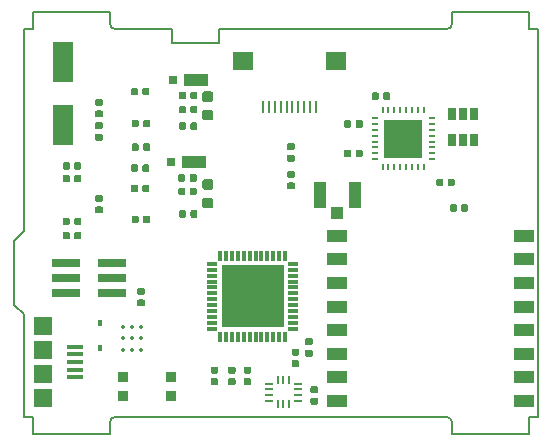
<source format=gbr>
%TF.GenerationSoftware,KiCad,Pcbnew,(5.1.4)-1*%
%TF.CreationDate,2019-12-19T18:18:08-07:00*%
%TF.ProjectId,mainboard,6d61696e-626f-4617-9264-2e6b69636164,rev?*%
%TF.SameCoordinates,Original*%
%TF.FileFunction,Paste,Top*%
%TF.FilePolarity,Positive*%
%FSLAX46Y46*%
G04 Gerber Fmt 4.6, Leading zero omitted, Abs format (unit mm)*
G04 Created by KiCad (PCBNEW (5.1.4)-1) date 2019-12-19 18:18:08*
%MOMM*%
%LPD*%
G04 APERTURE LIST*
%ADD10C,0.150000*%
%ADD11C,0.100000*%
%ADD12R,0.800000X0.800000*%
%ADD13R,2.000000X1.100000*%
%ADD14C,0.875000*%
%ADD15R,1.800000X3.400000*%
%ADD16R,0.600000X0.240000*%
%ADD17R,0.240000X0.600000*%
%ADD18R,3.300000X3.300000*%
%ADD19C,0.590000*%
%ADD20R,0.650000X1.060000*%
%ADD21R,2.400000X0.740000*%
%ADD22R,1.050000X1.050000*%
%ADD23R,1.050000X2.250000*%
%ADD24R,0.850000X0.300000*%
%ADD25R,0.300000X0.850000*%
%ADD26R,5.250000X5.250000*%
%ADD27R,1.800000X1.000000*%
%ADD28R,0.250000X0.675000*%
%ADD29R,0.675000X0.250000*%
%ADD30R,0.250000X1.100000*%
%ADD31R,1.700000X1.500000*%
%ADD32R,0.450000X0.600000*%
%ADD33R,1.350000X0.450000*%
%ADD34R,1.550000X1.500000*%
%ADD35C,0.339999*%
%ADD36R,0.900000X0.900000*%
G04 APERTURE END LIST*
D10*
X120902460Y-74415942D02*
X120102459Y-74415941D01*
X85102460Y-74415941D02*
G75*
G02X84602460Y-73915941I0J500000D01*
G01*
X113602459Y-73915941D02*
G75*
G02X113102459Y-74415941I-500000J0D01*
G01*
X113102459Y-107215941D02*
G75*
G02X113602459Y-107715941I0J-500000D01*
G01*
X84602460Y-107715941D02*
G75*
G02X85102460Y-107215941I500000J0D01*
G01*
X77340460Y-91475941D02*
X76502460Y-92313941D01*
X77340460Y-98555940D02*
X76502460Y-97790000D01*
X120102460Y-72915941D02*
X113602460Y-72915941D01*
X113602459Y-107715941D02*
X113602460Y-108715941D01*
X85102460Y-107215941D02*
X113102459Y-107215941D01*
X84602460Y-108715941D02*
X84602460Y-107715941D01*
X113602460Y-108715941D02*
X120102459Y-108715940D01*
X113102459Y-74415941D02*
X93872460Y-74415941D01*
X113602460Y-72915941D02*
X113602459Y-73915941D01*
X78102460Y-72915941D02*
X78102460Y-74415941D01*
X93872460Y-74415941D02*
X93872460Y-75565000D01*
X93872460Y-75565000D02*
X89872460Y-75565000D01*
X78102460Y-74415941D02*
X77340460Y-74415941D01*
X77340460Y-74415941D02*
X77340460Y-91475941D01*
X120102460Y-107215940D02*
X120902460Y-107215940D01*
X120102459Y-74415941D02*
X120102460Y-72915941D01*
X89872460Y-75565000D02*
X89872460Y-74415941D01*
X84602460Y-72915941D02*
X78102460Y-72915941D01*
X84602460Y-73915941D02*
X84602460Y-72915941D01*
X89872460Y-74415941D02*
X85102460Y-74415941D01*
X76502460Y-92313941D02*
X76502460Y-97790000D01*
X120902460Y-107215940D02*
X120902460Y-74415942D01*
X78102460Y-107215940D02*
X78102460Y-108715940D01*
X120102459Y-108715940D02*
X120102460Y-107215940D01*
X77340460Y-98555940D02*
X77340460Y-107215940D01*
X78102460Y-108715940D02*
X84602460Y-108715941D01*
X77340460Y-107215940D02*
X78102460Y-107215940D01*
D11*
G36*
X110979496Y-85192000D02*
G01*
X110979496Y-83763000D01*
X109550496Y-83763000D01*
X109550496Y-85192000D01*
X110979496Y-85192000D01*
G37*
G36*
X109550496Y-82134004D02*
G01*
X109550496Y-83563000D01*
X110979496Y-83563000D01*
X110979496Y-82134004D01*
X109550496Y-82134004D01*
G37*
G36*
X107950179Y-82126838D02*
G01*
X107950179Y-83555835D01*
X109350497Y-83563000D01*
X109350497Y-82134004D01*
X107950179Y-82126838D01*
G37*
G36*
X109350500Y-85192000D02*
G01*
X109350500Y-83763000D01*
X107921504Y-83763000D01*
X107921504Y-85192000D01*
X109350500Y-85192000D01*
G37*
D12*
X89999500Y-78740000D03*
D13*
X91899500Y-78740000D03*
X91709000Y-85661500D03*
D12*
X89809000Y-85661500D03*
D11*
G36*
X93178191Y-79675053D02*
G01*
X93199426Y-79678203D01*
X93220250Y-79683419D01*
X93240462Y-79690651D01*
X93259868Y-79699830D01*
X93278281Y-79710866D01*
X93295524Y-79723654D01*
X93311430Y-79738070D01*
X93325846Y-79753976D01*
X93338634Y-79771219D01*
X93349670Y-79789632D01*
X93358849Y-79809038D01*
X93366081Y-79829250D01*
X93371297Y-79850074D01*
X93374447Y-79871309D01*
X93375500Y-79892750D01*
X93375500Y-80330250D01*
X93374447Y-80351691D01*
X93371297Y-80372926D01*
X93366081Y-80393750D01*
X93358849Y-80413962D01*
X93349670Y-80433368D01*
X93338634Y-80451781D01*
X93325846Y-80469024D01*
X93311430Y-80484930D01*
X93295524Y-80499346D01*
X93278281Y-80512134D01*
X93259868Y-80523170D01*
X93240462Y-80532349D01*
X93220250Y-80539581D01*
X93199426Y-80544797D01*
X93178191Y-80547947D01*
X93156750Y-80549000D01*
X92644250Y-80549000D01*
X92622809Y-80547947D01*
X92601574Y-80544797D01*
X92580750Y-80539581D01*
X92560538Y-80532349D01*
X92541132Y-80523170D01*
X92522719Y-80512134D01*
X92505476Y-80499346D01*
X92489570Y-80484930D01*
X92475154Y-80469024D01*
X92462366Y-80451781D01*
X92451330Y-80433368D01*
X92442151Y-80413962D01*
X92434919Y-80393750D01*
X92429703Y-80372926D01*
X92426553Y-80351691D01*
X92425500Y-80330250D01*
X92425500Y-79892750D01*
X92426553Y-79871309D01*
X92429703Y-79850074D01*
X92434919Y-79829250D01*
X92442151Y-79809038D01*
X92451330Y-79789632D01*
X92462366Y-79771219D01*
X92475154Y-79753976D01*
X92489570Y-79738070D01*
X92505476Y-79723654D01*
X92522719Y-79710866D01*
X92541132Y-79699830D01*
X92560538Y-79690651D01*
X92580750Y-79683419D01*
X92601574Y-79678203D01*
X92622809Y-79675053D01*
X92644250Y-79674000D01*
X93156750Y-79674000D01*
X93178191Y-79675053D01*
X93178191Y-79675053D01*
G37*
D14*
X92900500Y-80111500D03*
D11*
G36*
X93178191Y-81250053D02*
G01*
X93199426Y-81253203D01*
X93220250Y-81258419D01*
X93240462Y-81265651D01*
X93259868Y-81274830D01*
X93278281Y-81285866D01*
X93295524Y-81298654D01*
X93311430Y-81313070D01*
X93325846Y-81328976D01*
X93338634Y-81346219D01*
X93349670Y-81364632D01*
X93358849Y-81384038D01*
X93366081Y-81404250D01*
X93371297Y-81425074D01*
X93374447Y-81446309D01*
X93375500Y-81467750D01*
X93375500Y-81905250D01*
X93374447Y-81926691D01*
X93371297Y-81947926D01*
X93366081Y-81968750D01*
X93358849Y-81988962D01*
X93349670Y-82008368D01*
X93338634Y-82026781D01*
X93325846Y-82044024D01*
X93311430Y-82059930D01*
X93295524Y-82074346D01*
X93278281Y-82087134D01*
X93259868Y-82098170D01*
X93240462Y-82107349D01*
X93220250Y-82114581D01*
X93199426Y-82119797D01*
X93178191Y-82122947D01*
X93156750Y-82124000D01*
X92644250Y-82124000D01*
X92622809Y-82122947D01*
X92601574Y-82119797D01*
X92580750Y-82114581D01*
X92560538Y-82107349D01*
X92541132Y-82098170D01*
X92522719Y-82087134D01*
X92505476Y-82074346D01*
X92489570Y-82059930D01*
X92475154Y-82044024D01*
X92462366Y-82026781D01*
X92451330Y-82008368D01*
X92442151Y-81988962D01*
X92434919Y-81968750D01*
X92429703Y-81947926D01*
X92426553Y-81926691D01*
X92425500Y-81905250D01*
X92425500Y-81467750D01*
X92426553Y-81446309D01*
X92429703Y-81425074D01*
X92434919Y-81404250D01*
X92442151Y-81384038D01*
X92451330Y-81364632D01*
X92462366Y-81346219D01*
X92475154Y-81328976D01*
X92489570Y-81313070D01*
X92505476Y-81298654D01*
X92522719Y-81285866D01*
X92541132Y-81274830D01*
X92560538Y-81265651D01*
X92580750Y-81258419D01*
X92601574Y-81253203D01*
X92622809Y-81250053D01*
X92644250Y-81249000D01*
X93156750Y-81249000D01*
X93178191Y-81250053D01*
X93178191Y-81250053D01*
G37*
D14*
X92900500Y-81686500D03*
D11*
G36*
X93178191Y-87104553D02*
G01*
X93199426Y-87107703D01*
X93220250Y-87112919D01*
X93240462Y-87120151D01*
X93259868Y-87129330D01*
X93278281Y-87140366D01*
X93295524Y-87153154D01*
X93311430Y-87167570D01*
X93325846Y-87183476D01*
X93338634Y-87200719D01*
X93349670Y-87219132D01*
X93358849Y-87238538D01*
X93366081Y-87258750D01*
X93371297Y-87279574D01*
X93374447Y-87300809D01*
X93375500Y-87322250D01*
X93375500Y-87759750D01*
X93374447Y-87781191D01*
X93371297Y-87802426D01*
X93366081Y-87823250D01*
X93358849Y-87843462D01*
X93349670Y-87862868D01*
X93338634Y-87881281D01*
X93325846Y-87898524D01*
X93311430Y-87914430D01*
X93295524Y-87928846D01*
X93278281Y-87941634D01*
X93259868Y-87952670D01*
X93240462Y-87961849D01*
X93220250Y-87969081D01*
X93199426Y-87974297D01*
X93178191Y-87977447D01*
X93156750Y-87978500D01*
X92644250Y-87978500D01*
X92622809Y-87977447D01*
X92601574Y-87974297D01*
X92580750Y-87969081D01*
X92560538Y-87961849D01*
X92541132Y-87952670D01*
X92522719Y-87941634D01*
X92505476Y-87928846D01*
X92489570Y-87914430D01*
X92475154Y-87898524D01*
X92462366Y-87881281D01*
X92451330Y-87862868D01*
X92442151Y-87843462D01*
X92434919Y-87823250D01*
X92429703Y-87802426D01*
X92426553Y-87781191D01*
X92425500Y-87759750D01*
X92425500Y-87322250D01*
X92426553Y-87300809D01*
X92429703Y-87279574D01*
X92434919Y-87258750D01*
X92442151Y-87238538D01*
X92451330Y-87219132D01*
X92462366Y-87200719D01*
X92475154Y-87183476D01*
X92489570Y-87167570D01*
X92505476Y-87153154D01*
X92522719Y-87140366D01*
X92541132Y-87129330D01*
X92560538Y-87120151D01*
X92580750Y-87112919D01*
X92601574Y-87107703D01*
X92622809Y-87104553D01*
X92644250Y-87103500D01*
X93156750Y-87103500D01*
X93178191Y-87104553D01*
X93178191Y-87104553D01*
G37*
D14*
X92900500Y-87541000D03*
D11*
G36*
X93178191Y-88679553D02*
G01*
X93199426Y-88682703D01*
X93220250Y-88687919D01*
X93240462Y-88695151D01*
X93259868Y-88704330D01*
X93278281Y-88715366D01*
X93295524Y-88728154D01*
X93311430Y-88742570D01*
X93325846Y-88758476D01*
X93338634Y-88775719D01*
X93349670Y-88794132D01*
X93358849Y-88813538D01*
X93366081Y-88833750D01*
X93371297Y-88854574D01*
X93374447Y-88875809D01*
X93375500Y-88897250D01*
X93375500Y-89334750D01*
X93374447Y-89356191D01*
X93371297Y-89377426D01*
X93366081Y-89398250D01*
X93358849Y-89418462D01*
X93349670Y-89437868D01*
X93338634Y-89456281D01*
X93325846Y-89473524D01*
X93311430Y-89489430D01*
X93295524Y-89503846D01*
X93278281Y-89516634D01*
X93259868Y-89527670D01*
X93240462Y-89536849D01*
X93220250Y-89544081D01*
X93199426Y-89549297D01*
X93178191Y-89552447D01*
X93156750Y-89553500D01*
X92644250Y-89553500D01*
X92622809Y-89552447D01*
X92601574Y-89549297D01*
X92580750Y-89544081D01*
X92560538Y-89536849D01*
X92541132Y-89527670D01*
X92522719Y-89516634D01*
X92505476Y-89503846D01*
X92489570Y-89489430D01*
X92475154Y-89473524D01*
X92462366Y-89456281D01*
X92451330Y-89437868D01*
X92442151Y-89418462D01*
X92434919Y-89398250D01*
X92429703Y-89377426D01*
X92426553Y-89356191D01*
X92425500Y-89334750D01*
X92425500Y-88897250D01*
X92426553Y-88875809D01*
X92429703Y-88854574D01*
X92434919Y-88833750D01*
X92442151Y-88813538D01*
X92451330Y-88794132D01*
X92462366Y-88775719D01*
X92475154Y-88758476D01*
X92489570Y-88742570D01*
X92505476Y-88728154D01*
X92522719Y-88715366D01*
X92541132Y-88704330D01*
X92560538Y-88695151D01*
X92580750Y-88687919D01*
X92601574Y-88682703D01*
X92622809Y-88679553D01*
X92644250Y-88678500D01*
X93156750Y-88678500D01*
X93178191Y-88679553D01*
X93178191Y-88679553D01*
G37*
D14*
X92900500Y-89116000D03*
D15*
X80645000Y-77200000D03*
X80645000Y-82550000D03*
D16*
X111850500Y-85413000D03*
X111850500Y-84913000D03*
X111850500Y-84413000D03*
X111850500Y-83913000D03*
X111850500Y-83412997D03*
X111850500Y-82913000D03*
X111850500Y-82413000D03*
X111850500Y-81912997D03*
D17*
X111200500Y-81263000D03*
X110700500Y-81263000D03*
X110200500Y-81263000D03*
X109700500Y-81263000D03*
X109200497Y-81263000D03*
X108700500Y-81263000D03*
X108200500Y-81263000D03*
X107700497Y-81263000D03*
D16*
X107050500Y-81913000D03*
X107050500Y-82413000D03*
X107050500Y-82913000D03*
X107050500Y-83413000D03*
X107050500Y-83913003D03*
X107050500Y-84413000D03*
X107050500Y-84913000D03*
X107050500Y-85413003D03*
D17*
X107700500Y-86063000D03*
X108200500Y-86063000D03*
X108700500Y-86063000D03*
X109200500Y-86063000D03*
X109700503Y-86063000D03*
X110200500Y-86063000D03*
X110700500Y-86063000D03*
X111200503Y-86063000D03*
D18*
X109450500Y-83663000D03*
D11*
G36*
X105880958Y-82103710D02*
G01*
X105895276Y-82105834D01*
X105909317Y-82109351D01*
X105922946Y-82114228D01*
X105936031Y-82120417D01*
X105948447Y-82127858D01*
X105960073Y-82136481D01*
X105970798Y-82146202D01*
X105980519Y-82156927D01*
X105989142Y-82168553D01*
X105996583Y-82180969D01*
X106002772Y-82194054D01*
X106007649Y-82207683D01*
X106011166Y-82221724D01*
X106013290Y-82236042D01*
X106014000Y-82250500D01*
X106014000Y-82595500D01*
X106013290Y-82609958D01*
X106011166Y-82624276D01*
X106007649Y-82638317D01*
X106002772Y-82651946D01*
X105996583Y-82665031D01*
X105989142Y-82677447D01*
X105980519Y-82689073D01*
X105970798Y-82699798D01*
X105960073Y-82709519D01*
X105948447Y-82718142D01*
X105936031Y-82725583D01*
X105922946Y-82731772D01*
X105909317Y-82736649D01*
X105895276Y-82740166D01*
X105880958Y-82742290D01*
X105866500Y-82743000D01*
X105571500Y-82743000D01*
X105557042Y-82742290D01*
X105542724Y-82740166D01*
X105528683Y-82736649D01*
X105515054Y-82731772D01*
X105501969Y-82725583D01*
X105489553Y-82718142D01*
X105477927Y-82709519D01*
X105467202Y-82699798D01*
X105457481Y-82689073D01*
X105448858Y-82677447D01*
X105441417Y-82665031D01*
X105435228Y-82651946D01*
X105430351Y-82638317D01*
X105426834Y-82624276D01*
X105424710Y-82609958D01*
X105424000Y-82595500D01*
X105424000Y-82250500D01*
X105424710Y-82236042D01*
X105426834Y-82221724D01*
X105430351Y-82207683D01*
X105435228Y-82194054D01*
X105441417Y-82180969D01*
X105448858Y-82168553D01*
X105457481Y-82156927D01*
X105467202Y-82146202D01*
X105477927Y-82136481D01*
X105489553Y-82127858D01*
X105501969Y-82120417D01*
X105515054Y-82114228D01*
X105528683Y-82109351D01*
X105542724Y-82105834D01*
X105557042Y-82103710D01*
X105571500Y-82103000D01*
X105866500Y-82103000D01*
X105880958Y-82103710D01*
X105880958Y-82103710D01*
G37*
D19*
X105719000Y-82423000D03*
D11*
G36*
X104910958Y-82103710D02*
G01*
X104925276Y-82105834D01*
X104939317Y-82109351D01*
X104952946Y-82114228D01*
X104966031Y-82120417D01*
X104978447Y-82127858D01*
X104990073Y-82136481D01*
X105000798Y-82146202D01*
X105010519Y-82156927D01*
X105019142Y-82168553D01*
X105026583Y-82180969D01*
X105032772Y-82194054D01*
X105037649Y-82207683D01*
X105041166Y-82221724D01*
X105043290Y-82236042D01*
X105044000Y-82250500D01*
X105044000Y-82595500D01*
X105043290Y-82609958D01*
X105041166Y-82624276D01*
X105037649Y-82638317D01*
X105032772Y-82651946D01*
X105026583Y-82665031D01*
X105019142Y-82677447D01*
X105010519Y-82689073D01*
X105000798Y-82699798D01*
X104990073Y-82709519D01*
X104978447Y-82718142D01*
X104966031Y-82725583D01*
X104952946Y-82731772D01*
X104939317Y-82736649D01*
X104925276Y-82740166D01*
X104910958Y-82742290D01*
X104896500Y-82743000D01*
X104601500Y-82743000D01*
X104587042Y-82742290D01*
X104572724Y-82740166D01*
X104558683Y-82736649D01*
X104545054Y-82731772D01*
X104531969Y-82725583D01*
X104519553Y-82718142D01*
X104507927Y-82709519D01*
X104497202Y-82699798D01*
X104487481Y-82689073D01*
X104478858Y-82677447D01*
X104471417Y-82665031D01*
X104465228Y-82651946D01*
X104460351Y-82638317D01*
X104456834Y-82624276D01*
X104454710Y-82609958D01*
X104454000Y-82595500D01*
X104454000Y-82250500D01*
X104454710Y-82236042D01*
X104456834Y-82221724D01*
X104460351Y-82207683D01*
X104465228Y-82194054D01*
X104471417Y-82180969D01*
X104478858Y-82168553D01*
X104487481Y-82156927D01*
X104497202Y-82146202D01*
X104507927Y-82136481D01*
X104519553Y-82127858D01*
X104531969Y-82120417D01*
X104545054Y-82114228D01*
X104558683Y-82109351D01*
X104572724Y-82105834D01*
X104587042Y-82103710D01*
X104601500Y-82103000D01*
X104896500Y-82103000D01*
X104910958Y-82103710D01*
X104910958Y-82103710D01*
G37*
D19*
X104749000Y-82423000D03*
D11*
G36*
X113676958Y-87056710D02*
G01*
X113691276Y-87058834D01*
X113705317Y-87062351D01*
X113718946Y-87067228D01*
X113732031Y-87073417D01*
X113744447Y-87080858D01*
X113756073Y-87089481D01*
X113766798Y-87099202D01*
X113776519Y-87109927D01*
X113785142Y-87121553D01*
X113792583Y-87133969D01*
X113798772Y-87147054D01*
X113803649Y-87160683D01*
X113807166Y-87174724D01*
X113809290Y-87189042D01*
X113810000Y-87203500D01*
X113810000Y-87548500D01*
X113809290Y-87562958D01*
X113807166Y-87577276D01*
X113803649Y-87591317D01*
X113798772Y-87604946D01*
X113792583Y-87618031D01*
X113785142Y-87630447D01*
X113776519Y-87642073D01*
X113766798Y-87652798D01*
X113756073Y-87662519D01*
X113744447Y-87671142D01*
X113732031Y-87678583D01*
X113718946Y-87684772D01*
X113705317Y-87689649D01*
X113691276Y-87693166D01*
X113676958Y-87695290D01*
X113662500Y-87696000D01*
X113367500Y-87696000D01*
X113353042Y-87695290D01*
X113338724Y-87693166D01*
X113324683Y-87689649D01*
X113311054Y-87684772D01*
X113297969Y-87678583D01*
X113285553Y-87671142D01*
X113273927Y-87662519D01*
X113263202Y-87652798D01*
X113253481Y-87642073D01*
X113244858Y-87630447D01*
X113237417Y-87618031D01*
X113231228Y-87604946D01*
X113226351Y-87591317D01*
X113222834Y-87577276D01*
X113220710Y-87562958D01*
X113220000Y-87548500D01*
X113220000Y-87203500D01*
X113220710Y-87189042D01*
X113222834Y-87174724D01*
X113226351Y-87160683D01*
X113231228Y-87147054D01*
X113237417Y-87133969D01*
X113244858Y-87121553D01*
X113253481Y-87109927D01*
X113263202Y-87099202D01*
X113273927Y-87089481D01*
X113285553Y-87080858D01*
X113297969Y-87073417D01*
X113311054Y-87067228D01*
X113324683Y-87062351D01*
X113338724Y-87058834D01*
X113353042Y-87056710D01*
X113367500Y-87056000D01*
X113662500Y-87056000D01*
X113676958Y-87056710D01*
X113676958Y-87056710D01*
G37*
D19*
X113515000Y-87376000D03*
D11*
G36*
X112706958Y-87056710D02*
G01*
X112721276Y-87058834D01*
X112735317Y-87062351D01*
X112748946Y-87067228D01*
X112762031Y-87073417D01*
X112774447Y-87080858D01*
X112786073Y-87089481D01*
X112796798Y-87099202D01*
X112806519Y-87109927D01*
X112815142Y-87121553D01*
X112822583Y-87133969D01*
X112828772Y-87147054D01*
X112833649Y-87160683D01*
X112837166Y-87174724D01*
X112839290Y-87189042D01*
X112840000Y-87203500D01*
X112840000Y-87548500D01*
X112839290Y-87562958D01*
X112837166Y-87577276D01*
X112833649Y-87591317D01*
X112828772Y-87604946D01*
X112822583Y-87618031D01*
X112815142Y-87630447D01*
X112806519Y-87642073D01*
X112796798Y-87652798D01*
X112786073Y-87662519D01*
X112774447Y-87671142D01*
X112762031Y-87678583D01*
X112748946Y-87684772D01*
X112735317Y-87689649D01*
X112721276Y-87693166D01*
X112706958Y-87695290D01*
X112692500Y-87696000D01*
X112397500Y-87696000D01*
X112383042Y-87695290D01*
X112368724Y-87693166D01*
X112354683Y-87689649D01*
X112341054Y-87684772D01*
X112327969Y-87678583D01*
X112315553Y-87671142D01*
X112303927Y-87662519D01*
X112293202Y-87652798D01*
X112283481Y-87642073D01*
X112274858Y-87630447D01*
X112267417Y-87618031D01*
X112261228Y-87604946D01*
X112256351Y-87591317D01*
X112252834Y-87577276D01*
X112250710Y-87562958D01*
X112250000Y-87548500D01*
X112250000Y-87203500D01*
X112250710Y-87189042D01*
X112252834Y-87174724D01*
X112256351Y-87160683D01*
X112261228Y-87147054D01*
X112267417Y-87133969D01*
X112274858Y-87121553D01*
X112283481Y-87109927D01*
X112293202Y-87099202D01*
X112303927Y-87089481D01*
X112315553Y-87080858D01*
X112327969Y-87073417D01*
X112341054Y-87067228D01*
X112354683Y-87062351D01*
X112368724Y-87058834D01*
X112383042Y-87056710D01*
X112397500Y-87056000D01*
X112692500Y-87056000D01*
X112706958Y-87056710D01*
X112706958Y-87056710D01*
G37*
D19*
X112545000Y-87376000D03*
D20*
X114490500Y-81577000D03*
X113540500Y-81577000D03*
X115440500Y-81577000D03*
X115440500Y-83777000D03*
X114490500Y-83777000D03*
X113540500Y-83777000D03*
D11*
G36*
X107245958Y-79754210D02*
G01*
X107260276Y-79756334D01*
X107274317Y-79759851D01*
X107287946Y-79764728D01*
X107301031Y-79770917D01*
X107313447Y-79778358D01*
X107325073Y-79786981D01*
X107335798Y-79796702D01*
X107345519Y-79807427D01*
X107354142Y-79819053D01*
X107361583Y-79831469D01*
X107367772Y-79844554D01*
X107372649Y-79858183D01*
X107376166Y-79872224D01*
X107378290Y-79886542D01*
X107379000Y-79901000D01*
X107379000Y-80246000D01*
X107378290Y-80260458D01*
X107376166Y-80274776D01*
X107372649Y-80288817D01*
X107367772Y-80302446D01*
X107361583Y-80315531D01*
X107354142Y-80327947D01*
X107345519Y-80339573D01*
X107335798Y-80350298D01*
X107325073Y-80360019D01*
X107313447Y-80368642D01*
X107301031Y-80376083D01*
X107287946Y-80382272D01*
X107274317Y-80387149D01*
X107260276Y-80390666D01*
X107245958Y-80392790D01*
X107231500Y-80393500D01*
X106936500Y-80393500D01*
X106922042Y-80392790D01*
X106907724Y-80390666D01*
X106893683Y-80387149D01*
X106880054Y-80382272D01*
X106866969Y-80376083D01*
X106854553Y-80368642D01*
X106842927Y-80360019D01*
X106832202Y-80350298D01*
X106822481Y-80339573D01*
X106813858Y-80327947D01*
X106806417Y-80315531D01*
X106800228Y-80302446D01*
X106795351Y-80288817D01*
X106791834Y-80274776D01*
X106789710Y-80260458D01*
X106789000Y-80246000D01*
X106789000Y-79901000D01*
X106789710Y-79886542D01*
X106791834Y-79872224D01*
X106795351Y-79858183D01*
X106800228Y-79844554D01*
X106806417Y-79831469D01*
X106813858Y-79819053D01*
X106822481Y-79807427D01*
X106832202Y-79796702D01*
X106842927Y-79786981D01*
X106854553Y-79778358D01*
X106866969Y-79770917D01*
X106880054Y-79764728D01*
X106893683Y-79759851D01*
X106907724Y-79756334D01*
X106922042Y-79754210D01*
X106936500Y-79753500D01*
X107231500Y-79753500D01*
X107245958Y-79754210D01*
X107245958Y-79754210D01*
G37*
D19*
X107084000Y-80073500D03*
D11*
G36*
X108215958Y-79754210D02*
G01*
X108230276Y-79756334D01*
X108244317Y-79759851D01*
X108257946Y-79764728D01*
X108271031Y-79770917D01*
X108283447Y-79778358D01*
X108295073Y-79786981D01*
X108305798Y-79796702D01*
X108315519Y-79807427D01*
X108324142Y-79819053D01*
X108331583Y-79831469D01*
X108337772Y-79844554D01*
X108342649Y-79858183D01*
X108346166Y-79872224D01*
X108348290Y-79886542D01*
X108349000Y-79901000D01*
X108349000Y-80246000D01*
X108348290Y-80260458D01*
X108346166Y-80274776D01*
X108342649Y-80288817D01*
X108337772Y-80302446D01*
X108331583Y-80315531D01*
X108324142Y-80327947D01*
X108315519Y-80339573D01*
X108305798Y-80350298D01*
X108295073Y-80360019D01*
X108283447Y-80368642D01*
X108271031Y-80376083D01*
X108257946Y-80382272D01*
X108244317Y-80387149D01*
X108230276Y-80390666D01*
X108215958Y-80392790D01*
X108201500Y-80393500D01*
X107906500Y-80393500D01*
X107892042Y-80392790D01*
X107877724Y-80390666D01*
X107863683Y-80387149D01*
X107850054Y-80382272D01*
X107836969Y-80376083D01*
X107824553Y-80368642D01*
X107812927Y-80360019D01*
X107802202Y-80350298D01*
X107792481Y-80339573D01*
X107783858Y-80327947D01*
X107776417Y-80315531D01*
X107770228Y-80302446D01*
X107765351Y-80288817D01*
X107761834Y-80274776D01*
X107759710Y-80260458D01*
X107759000Y-80246000D01*
X107759000Y-79901000D01*
X107759710Y-79886542D01*
X107761834Y-79872224D01*
X107765351Y-79858183D01*
X107770228Y-79844554D01*
X107776417Y-79831469D01*
X107783858Y-79819053D01*
X107792481Y-79807427D01*
X107802202Y-79796702D01*
X107812927Y-79786981D01*
X107824553Y-79778358D01*
X107836969Y-79770917D01*
X107850054Y-79764728D01*
X107863683Y-79759851D01*
X107877724Y-79756334D01*
X107892042Y-79754210D01*
X107906500Y-79753500D01*
X108201500Y-79753500D01*
X108215958Y-79754210D01*
X108215958Y-79754210D01*
G37*
D19*
X108054000Y-80073500D03*
D11*
G36*
X104910958Y-84603710D02*
G01*
X104925276Y-84605834D01*
X104939317Y-84609351D01*
X104952946Y-84614228D01*
X104966031Y-84620417D01*
X104978447Y-84627858D01*
X104990073Y-84636481D01*
X105000798Y-84646202D01*
X105010519Y-84656927D01*
X105019142Y-84668553D01*
X105026583Y-84680969D01*
X105032772Y-84694054D01*
X105037649Y-84707683D01*
X105041166Y-84721724D01*
X105043290Y-84736042D01*
X105044000Y-84750500D01*
X105044000Y-85095500D01*
X105043290Y-85109958D01*
X105041166Y-85124276D01*
X105037649Y-85138317D01*
X105032772Y-85151946D01*
X105026583Y-85165031D01*
X105019142Y-85177447D01*
X105010519Y-85189073D01*
X105000798Y-85199798D01*
X104990073Y-85209519D01*
X104978447Y-85218142D01*
X104966031Y-85225583D01*
X104952946Y-85231772D01*
X104939317Y-85236649D01*
X104925276Y-85240166D01*
X104910958Y-85242290D01*
X104896500Y-85243000D01*
X104601500Y-85243000D01*
X104587042Y-85242290D01*
X104572724Y-85240166D01*
X104558683Y-85236649D01*
X104545054Y-85231772D01*
X104531969Y-85225583D01*
X104519553Y-85218142D01*
X104507927Y-85209519D01*
X104497202Y-85199798D01*
X104487481Y-85189073D01*
X104478858Y-85177447D01*
X104471417Y-85165031D01*
X104465228Y-85151946D01*
X104460351Y-85138317D01*
X104456834Y-85124276D01*
X104454710Y-85109958D01*
X104454000Y-85095500D01*
X104454000Y-84750500D01*
X104454710Y-84736042D01*
X104456834Y-84721724D01*
X104460351Y-84707683D01*
X104465228Y-84694054D01*
X104471417Y-84680969D01*
X104478858Y-84668553D01*
X104487481Y-84656927D01*
X104497202Y-84646202D01*
X104507927Y-84636481D01*
X104519553Y-84627858D01*
X104531969Y-84620417D01*
X104545054Y-84614228D01*
X104558683Y-84609351D01*
X104572724Y-84605834D01*
X104587042Y-84603710D01*
X104601500Y-84603000D01*
X104896500Y-84603000D01*
X104910958Y-84603710D01*
X104910958Y-84603710D01*
G37*
D19*
X104749000Y-84923000D03*
D11*
G36*
X105880958Y-84603710D02*
G01*
X105895276Y-84605834D01*
X105909317Y-84609351D01*
X105922946Y-84614228D01*
X105936031Y-84620417D01*
X105948447Y-84627858D01*
X105960073Y-84636481D01*
X105970798Y-84646202D01*
X105980519Y-84656927D01*
X105989142Y-84668553D01*
X105996583Y-84680969D01*
X106002772Y-84694054D01*
X106007649Y-84707683D01*
X106011166Y-84721724D01*
X106013290Y-84736042D01*
X106014000Y-84750500D01*
X106014000Y-85095500D01*
X106013290Y-85109958D01*
X106011166Y-85124276D01*
X106007649Y-85138317D01*
X106002772Y-85151946D01*
X105996583Y-85165031D01*
X105989142Y-85177447D01*
X105980519Y-85189073D01*
X105970798Y-85199798D01*
X105960073Y-85209519D01*
X105948447Y-85218142D01*
X105936031Y-85225583D01*
X105922946Y-85231772D01*
X105909317Y-85236649D01*
X105895276Y-85240166D01*
X105880958Y-85242290D01*
X105866500Y-85243000D01*
X105571500Y-85243000D01*
X105557042Y-85242290D01*
X105542724Y-85240166D01*
X105528683Y-85236649D01*
X105515054Y-85231772D01*
X105501969Y-85225583D01*
X105489553Y-85218142D01*
X105477927Y-85209519D01*
X105467202Y-85199798D01*
X105457481Y-85189073D01*
X105448858Y-85177447D01*
X105441417Y-85165031D01*
X105435228Y-85151946D01*
X105430351Y-85138317D01*
X105426834Y-85124276D01*
X105424710Y-85109958D01*
X105424000Y-85095500D01*
X105424000Y-84750500D01*
X105424710Y-84736042D01*
X105426834Y-84721724D01*
X105430351Y-84707683D01*
X105435228Y-84694054D01*
X105441417Y-84680969D01*
X105448858Y-84668553D01*
X105457481Y-84656927D01*
X105467202Y-84646202D01*
X105477927Y-84636481D01*
X105489553Y-84627858D01*
X105501969Y-84620417D01*
X105515054Y-84614228D01*
X105528683Y-84609351D01*
X105542724Y-84605834D01*
X105557042Y-84603710D01*
X105571500Y-84603000D01*
X105866500Y-84603000D01*
X105880958Y-84603710D01*
X105880958Y-84603710D01*
G37*
D19*
X105719000Y-84923000D03*
D11*
G36*
X86862458Y-87564710D02*
G01*
X86876776Y-87566834D01*
X86890817Y-87570351D01*
X86904446Y-87575228D01*
X86917531Y-87581417D01*
X86929947Y-87588858D01*
X86941573Y-87597481D01*
X86952298Y-87607202D01*
X86962019Y-87617927D01*
X86970642Y-87629553D01*
X86978083Y-87641969D01*
X86984272Y-87655054D01*
X86989149Y-87668683D01*
X86992666Y-87682724D01*
X86994790Y-87697042D01*
X86995500Y-87711500D01*
X86995500Y-88056500D01*
X86994790Y-88070958D01*
X86992666Y-88085276D01*
X86989149Y-88099317D01*
X86984272Y-88112946D01*
X86978083Y-88126031D01*
X86970642Y-88138447D01*
X86962019Y-88150073D01*
X86952298Y-88160798D01*
X86941573Y-88170519D01*
X86929947Y-88179142D01*
X86917531Y-88186583D01*
X86904446Y-88192772D01*
X86890817Y-88197649D01*
X86876776Y-88201166D01*
X86862458Y-88203290D01*
X86848000Y-88204000D01*
X86553000Y-88204000D01*
X86538542Y-88203290D01*
X86524224Y-88201166D01*
X86510183Y-88197649D01*
X86496554Y-88192772D01*
X86483469Y-88186583D01*
X86471053Y-88179142D01*
X86459427Y-88170519D01*
X86448702Y-88160798D01*
X86438981Y-88150073D01*
X86430358Y-88138447D01*
X86422917Y-88126031D01*
X86416728Y-88112946D01*
X86411851Y-88099317D01*
X86408334Y-88085276D01*
X86406210Y-88070958D01*
X86405500Y-88056500D01*
X86405500Y-87711500D01*
X86406210Y-87697042D01*
X86408334Y-87682724D01*
X86411851Y-87668683D01*
X86416728Y-87655054D01*
X86422917Y-87641969D01*
X86430358Y-87629553D01*
X86438981Y-87617927D01*
X86448702Y-87607202D01*
X86459427Y-87597481D01*
X86471053Y-87588858D01*
X86483469Y-87581417D01*
X86496554Y-87575228D01*
X86510183Y-87570351D01*
X86524224Y-87566834D01*
X86538542Y-87564710D01*
X86553000Y-87564000D01*
X86848000Y-87564000D01*
X86862458Y-87564710D01*
X86862458Y-87564710D01*
G37*
D19*
X86700500Y-87884000D03*
D11*
G36*
X87832458Y-87564710D02*
G01*
X87846776Y-87566834D01*
X87860817Y-87570351D01*
X87874446Y-87575228D01*
X87887531Y-87581417D01*
X87899947Y-87588858D01*
X87911573Y-87597481D01*
X87922298Y-87607202D01*
X87932019Y-87617927D01*
X87940642Y-87629553D01*
X87948083Y-87641969D01*
X87954272Y-87655054D01*
X87959149Y-87668683D01*
X87962666Y-87682724D01*
X87964790Y-87697042D01*
X87965500Y-87711500D01*
X87965500Y-88056500D01*
X87964790Y-88070958D01*
X87962666Y-88085276D01*
X87959149Y-88099317D01*
X87954272Y-88112946D01*
X87948083Y-88126031D01*
X87940642Y-88138447D01*
X87932019Y-88150073D01*
X87922298Y-88160798D01*
X87911573Y-88170519D01*
X87899947Y-88179142D01*
X87887531Y-88186583D01*
X87874446Y-88192772D01*
X87860817Y-88197649D01*
X87846776Y-88201166D01*
X87832458Y-88203290D01*
X87818000Y-88204000D01*
X87523000Y-88204000D01*
X87508542Y-88203290D01*
X87494224Y-88201166D01*
X87480183Y-88197649D01*
X87466554Y-88192772D01*
X87453469Y-88186583D01*
X87441053Y-88179142D01*
X87429427Y-88170519D01*
X87418702Y-88160798D01*
X87408981Y-88150073D01*
X87400358Y-88138447D01*
X87392917Y-88126031D01*
X87386728Y-88112946D01*
X87381851Y-88099317D01*
X87378334Y-88085276D01*
X87376210Y-88070958D01*
X87375500Y-88056500D01*
X87375500Y-87711500D01*
X87376210Y-87697042D01*
X87378334Y-87682724D01*
X87381851Y-87668683D01*
X87386728Y-87655054D01*
X87392917Y-87641969D01*
X87400358Y-87629553D01*
X87408981Y-87617927D01*
X87418702Y-87607202D01*
X87429427Y-87597481D01*
X87441053Y-87588858D01*
X87453469Y-87581417D01*
X87466554Y-87575228D01*
X87480183Y-87570351D01*
X87494224Y-87566834D01*
X87508542Y-87564710D01*
X87523000Y-87564000D01*
X87818000Y-87564000D01*
X87832458Y-87564710D01*
X87832458Y-87564710D01*
G37*
D19*
X87670500Y-87884000D03*
D11*
G36*
X87886958Y-90190710D02*
G01*
X87901276Y-90192834D01*
X87915317Y-90196351D01*
X87928946Y-90201228D01*
X87942031Y-90207417D01*
X87954447Y-90214858D01*
X87966073Y-90223481D01*
X87976798Y-90233202D01*
X87986519Y-90243927D01*
X87995142Y-90255553D01*
X88002583Y-90267969D01*
X88008772Y-90281054D01*
X88013649Y-90294683D01*
X88017166Y-90308724D01*
X88019290Y-90323042D01*
X88020000Y-90337500D01*
X88020000Y-90682500D01*
X88019290Y-90696958D01*
X88017166Y-90711276D01*
X88013649Y-90725317D01*
X88008772Y-90738946D01*
X88002583Y-90752031D01*
X87995142Y-90764447D01*
X87986519Y-90776073D01*
X87976798Y-90786798D01*
X87966073Y-90796519D01*
X87954447Y-90805142D01*
X87942031Y-90812583D01*
X87928946Y-90818772D01*
X87915317Y-90823649D01*
X87901276Y-90827166D01*
X87886958Y-90829290D01*
X87872500Y-90830000D01*
X87577500Y-90830000D01*
X87563042Y-90829290D01*
X87548724Y-90827166D01*
X87534683Y-90823649D01*
X87521054Y-90818772D01*
X87507969Y-90812583D01*
X87495553Y-90805142D01*
X87483927Y-90796519D01*
X87473202Y-90786798D01*
X87463481Y-90776073D01*
X87454858Y-90764447D01*
X87447417Y-90752031D01*
X87441228Y-90738946D01*
X87436351Y-90725317D01*
X87432834Y-90711276D01*
X87430710Y-90696958D01*
X87430000Y-90682500D01*
X87430000Y-90337500D01*
X87430710Y-90323042D01*
X87432834Y-90308724D01*
X87436351Y-90294683D01*
X87441228Y-90281054D01*
X87447417Y-90267969D01*
X87454858Y-90255553D01*
X87463481Y-90243927D01*
X87473202Y-90233202D01*
X87483927Y-90223481D01*
X87495553Y-90214858D01*
X87507969Y-90207417D01*
X87521054Y-90201228D01*
X87534683Y-90196351D01*
X87548724Y-90192834D01*
X87563042Y-90190710D01*
X87577500Y-90190000D01*
X87872500Y-90190000D01*
X87886958Y-90190710D01*
X87886958Y-90190710D01*
G37*
D19*
X87725000Y-90510000D03*
D11*
G36*
X86916958Y-90190710D02*
G01*
X86931276Y-90192834D01*
X86945317Y-90196351D01*
X86958946Y-90201228D01*
X86972031Y-90207417D01*
X86984447Y-90214858D01*
X86996073Y-90223481D01*
X87006798Y-90233202D01*
X87016519Y-90243927D01*
X87025142Y-90255553D01*
X87032583Y-90267969D01*
X87038772Y-90281054D01*
X87043649Y-90294683D01*
X87047166Y-90308724D01*
X87049290Y-90323042D01*
X87050000Y-90337500D01*
X87050000Y-90682500D01*
X87049290Y-90696958D01*
X87047166Y-90711276D01*
X87043649Y-90725317D01*
X87038772Y-90738946D01*
X87032583Y-90752031D01*
X87025142Y-90764447D01*
X87016519Y-90776073D01*
X87006798Y-90786798D01*
X86996073Y-90796519D01*
X86984447Y-90805142D01*
X86972031Y-90812583D01*
X86958946Y-90818772D01*
X86945317Y-90823649D01*
X86931276Y-90827166D01*
X86916958Y-90829290D01*
X86902500Y-90830000D01*
X86607500Y-90830000D01*
X86593042Y-90829290D01*
X86578724Y-90827166D01*
X86564683Y-90823649D01*
X86551054Y-90818772D01*
X86537969Y-90812583D01*
X86525553Y-90805142D01*
X86513927Y-90796519D01*
X86503202Y-90786798D01*
X86493481Y-90776073D01*
X86484858Y-90764447D01*
X86477417Y-90752031D01*
X86471228Y-90738946D01*
X86466351Y-90725317D01*
X86462834Y-90711276D01*
X86460710Y-90696958D01*
X86460000Y-90682500D01*
X86460000Y-90337500D01*
X86460710Y-90323042D01*
X86462834Y-90308724D01*
X86466351Y-90294683D01*
X86471228Y-90281054D01*
X86477417Y-90267969D01*
X86484858Y-90255553D01*
X86493481Y-90243927D01*
X86503202Y-90233202D01*
X86513927Y-90223481D01*
X86525553Y-90214858D01*
X86537969Y-90207417D01*
X86551054Y-90201228D01*
X86564683Y-90196351D01*
X86578724Y-90192834D01*
X86593042Y-90190710D01*
X86607500Y-90190000D01*
X86902500Y-90190000D01*
X86916958Y-90190710D01*
X86916958Y-90190710D01*
G37*
D19*
X86755000Y-90510000D03*
D11*
G36*
X87886958Y-82080710D02*
G01*
X87901276Y-82082834D01*
X87915317Y-82086351D01*
X87928946Y-82091228D01*
X87942031Y-82097417D01*
X87954447Y-82104858D01*
X87966073Y-82113481D01*
X87976798Y-82123202D01*
X87986519Y-82133927D01*
X87995142Y-82145553D01*
X88002583Y-82157969D01*
X88008772Y-82171054D01*
X88013649Y-82184683D01*
X88017166Y-82198724D01*
X88019290Y-82213042D01*
X88020000Y-82227500D01*
X88020000Y-82572500D01*
X88019290Y-82586958D01*
X88017166Y-82601276D01*
X88013649Y-82615317D01*
X88008772Y-82628946D01*
X88002583Y-82642031D01*
X87995142Y-82654447D01*
X87986519Y-82666073D01*
X87976798Y-82676798D01*
X87966073Y-82686519D01*
X87954447Y-82695142D01*
X87942031Y-82702583D01*
X87928946Y-82708772D01*
X87915317Y-82713649D01*
X87901276Y-82717166D01*
X87886958Y-82719290D01*
X87872500Y-82720000D01*
X87577500Y-82720000D01*
X87563042Y-82719290D01*
X87548724Y-82717166D01*
X87534683Y-82713649D01*
X87521054Y-82708772D01*
X87507969Y-82702583D01*
X87495553Y-82695142D01*
X87483927Y-82686519D01*
X87473202Y-82676798D01*
X87463481Y-82666073D01*
X87454858Y-82654447D01*
X87447417Y-82642031D01*
X87441228Y-82628946D01*
X87436351Y-82615317D01*
X87432834Y-82601276D01*
X87430710Y-82586958D01*
X87430000Y-82572500D01*
X87430000Y-82227500D01*
X87430710Y-82213042D01*
X87432834Y-82198724D01*
X87436351Y-82184683D01*
X87441228Y-82171054D01*
X87447417Y-82157969D01*
X87454858Y-82145553D01*
X87463481Y-82133927D01*
X87473202Y-82123202D01*
X87483927Y-82113481D01*
X87495553Y-82104858D01*
X87507969Y-82097417D01*
X87521054Y-82091228D01*
X87534683Y-82086351D01*
X87548724Y-82082834D01*
X87563042Y-82080710D01*
X87577500Y-82080000D01*
X87872500Y-82080000D01*
X87886958Y-82080710D01*
X87886958Y-82080710D01*
G37*
D19*
X87725000Y-82400000D03*
D11*
G36*
X86916958Y-82080710D02*
G01*
X86931276Y-82082834D01*
X86945317Y-82086351D01*
X86958946Y-82091228D01*
X86972031Y-82097417D01*
X86984447Y-82104858D01*
X86996073Y-82113481D01*
X87006798Y-82123202D01*
X87016519Y-82133927D01*
X87025142Y-82145553D01*
X87032583Y-82157969D01*
X87038772Y-82171054D01*
X87043649Y-82184683D01*
X87047166Y-82198724D01*
X87049290Y-82213042D01*
X87050000Y-82227500D01*
X87050000Y-82572500D01*
X87049290Y-82586958D01*
X87047166Y-82601276D01*
X87043649Y-82615317D01*
X87038772Y-82628946D01*
X87032583Y-82642031D01*
X87025142Y-82654447D01*
X87016519Y-82666073D01*
X87006798Y-82676798D01*
X86996073Y-82686519D01*
X86984447Y-82695142D01*
X86972031Y-82702583D01*
X86958946Y-82708772D01*
X86945317Y-82713649D01*
X86931276Y-82717166D01*
X86916958Y-82719290D01*
X86902500Y-82720000D01*
X86607500Y-82720000D01*
X86593042Y-82719290D01*
X86578724Y-82717166D01*
X86564683Y-82713649D01*
X86551054Y-82708772D01*
X86537969Y-82702583D01*
X86525553Y-82695142D01*
X86513927Y-82686519D01*
X86503202Y-82676798D01*
X86493481Y-82666073D01*
X86484858Y-82654447D01*
X86477417Y-82642031D01*
X86471228Y-82628946D01*
X86466351Y-82615317D01*
X86462834Y-82601276D01*
X86460710Y-82586958D01*
X86460000Y-82572500D01*
X86460000Y-82227500D01*
X86460710Y-82213042D01*
X86462834Y-82198724D01*
X86466351Y-82184683D01*
X86471228Y-82171054D01*
X86477417Y-82157969D01*
X86484858Y-82145553D01*
X86493481Y-82133927D01*
X86503202Y-82123202D01*
X86513927Y-82113481D01*
X86525553Y-82104858D01*
X86537969Y-82097417D01*
X86551054Y-82091228D01*
X86564683Y-82086351D01*
X86578724Y-82082834D01*
X86593042Y-82080710D01*
X86607500Y-82080000D01*
X86902500Y-82080000D01*
X86916958Y-82080710D01*
X86916958Y-82080710D01*
G37*
D19*
X86755000Y-82400000D03*
D11*
G36*
X87886958Y-84070710D02*
G01*
X87901276Y-84072834D01*
X87915317Y-84076351D01*
X87928946Y-84081228D01*
X87942031Y-84087417D01*
X87954447Y-84094858D01*
X87966073Y-84103481D01*
X87976798Y-84113202D01*
X87986519Y-84123927D01*
X87995142Y-84135553D01*
X88002583Y-84147969D01*
X88008772Y-84161054D01*
X88013649Y-84174683D01*
X88017166Y-84188724D01*
X88019290Y-84203042D01*
X88020000Y-84217500D01*
X88020000Y-84562500D01*
X88019290Y-84576958D01*
X88017166Y-84591276D01*
X88013649Y-84605317D01*
X88008772Y-84618946D01*
X88002583Y-84632031D01*
X87995142Y-84644447D01*
X87986519Y-84656073D01*
X87976798Y-84666798D01*
X87966073Y-84676519D01*
X87954447Y-84685142D01*
X87942031Y-84692583D01*
X87928946Y-84698772D01*
X87915317Y-84703649D01*
X87901276Y-84707166D01*
X87886958Y-84709290D01*
X87872500Y-84710000D01*
X87577500Y-84710000D01*
X87563042Y-84709290D01*
X87548724Y-84707166D01*
X87534683Y-84703649D01*
X87521054Y-84698772D01*
X87507969Y-84692583D01*
X87495553Y-84685142D01*
X87483927Y-84676519D01*
X87473202Y-84666798D01*
X87463481Y-84656073D01*
X87454858Y-84644447D01*
X87447417Y-84632031D01*
X87441228Y-84618946D01*
X87436351Y-84605317D01*
X87432834Y-84591276D01*
X87430710Y-84576958D01*
X87430000Y-84562500D01*
X87430000Y-84217500D01*
X87430710Y-84203042D01*
X87432834Y-84188724D01*
X87436351Y-84174683D01*
X87441228Y-84161054D01*
X87447417Y-84147969D01*
X87454858Y-84135553D01*
X87463481Y-84123927D01*
X87473202Y-84113202D01*
X87483927Y-84103481D01*
X87495553Y-84094858D01*
X87507969Y-84087417D01*
X87521054Y-84081228D01*
X87534683Y-84076351D01*
X87548724Y-84072834D01*
X87563042Y-84070710D01*
X87577500Y-84070000D01*
X87872500Y-84070000D01*
X87886958Y-84070710D01*
X87886958Y-84070710D01*
G37*
D19*
X87725000Y-84390000D03*
D11*
G36*
X86916958Y-84070710D02*
G01*
X86931276Y-84072834D01*
X86945317Y-84076351D01*
X86958946Y-84081228D01*
X86972031Y-84087417D01*
X86984447Y-84094858D01*
X86996073Y-84103481D01*
X87006798Y-84113202D01*
X87016519Y-84123927D01*
X87025142Y-84135553D01*
X87032583Y-84147969D01*
X87038772Y-84161054D01*
X87043649Y-84174683D01*
X87047166Y-84188724D01*
X87049290Y-84203042D01*
X87050000Y-84217500D01*
X87050000Y-84562500D01*
X87049290Y-84576958D01*
X87047166Y-84591276D01*
X87043649Y-84605317D01*
X87038772Y-84618946D01*
X87032583Y-84632031D01*
X87025142Y-84644447D01*
X87016519Y-84656073D01*
X87006798Y-84666798D01*
X86996073Y-84676519D01*
X86984447Y-84685142D01*
X86972031Y-84692583D01*
X86958946Y-84698772D01*
X86945317Y-84703649D01*
X86931276Y-84707166D01*
X86916958Y-84709290D01*
X86902500Y-84710000D01*
X86607500Y-84710000D01*
X86593042Y-84709290D01*
X86578724Y-84707166D01*
X86564683Y-84703649D01*
X86551054Y-84698772D01*
X86537969Y-84692583D01*
X86525553Y-84685142D01*
X86513927Y-84676519D01*
X86503202Y-84666798D01*
X86493481Y-84656073D01*
X86484858Y-84644447D01*
X86477417Y-84632031D01*
X86471228Y-84618946D01*
X86466351Y-84605317D01*
X86462834Y-84591276D01*
X86460710Y-84576958D01*
X86460000Y-84562500D01*
X86460000Y-84217500D01*
X86460710Y-84203042D01*
X86462834Y-84188724D01*
X86466351Y-84174683D01*
X86471228Y-84161054D01*
X86477417Y-84147969D01*
X86484858Y-84135553D01*
X86493481Y-84123927D01*
X86503202Y-84113202D01*
X86513927Y-84103481D01*
X86525553Y-84094858D01*
X86537969Y-84087417D01*
X86551054Y-84081228D01*
X86564683Y-84076351D01*
X86578724Y-84072834D01*
X86593042Y-84070710D01*
X86607500Y-84070000D01*
X86902500Y-84070000D01*
X86916958Y-84070710D01*
X86916958Y-84070710D01*
G37*
D19*
X86755000Y-84390000D03*
D11*
G36*
X101659958Y-101536710D02*
G01*
X101674276Y-101538834D01*
X101688317Y-101542351D01*
X101701946Y-101547228D01*
X101715031Y-101553417D01*
X101727447Y-101560858D01*
X101739073Y-101569481D01*
X101749798Y-101579202D01*
X101759519Y-101589927D01*
X101768142Y-101601553D01*
X101775583Y-101613969D01*
X101781772Y-101627054D01*
X101786649Y-101640683D01*
X101790166Y-101654724D01*
X101792290Y-101669042D01*
X101793000Y-101683500D01*
X101793000Y-101978500D01*
X101792290Y-101992958D01*
X101790166Y-102007276D01*
X101786649Y-102021317D01*
X101781772Y-102034946D01*
X101775583Y-102048031D01*
X101768142Y-102060447D01*
X101759519Y-102072073D01*
X101749798Y-102082798D01*
X101739073Y-102092519D01*
X101727447Y-102101142D01*
X101715031Y-102108583D01*
X101701946Y-102114772D01*
X101688317Y-102119649D01*
X101674276Y-102123166D01*
X101659958Y-102125290D01*
X101645500Y-102126000D01*
X101300500Y-102126000D01*
X101286042Y-102125290D01*
X101271724Y-102123166D01*
X101257683Y-102119649D01*
X101244054Y-102114772D01*
X101230969Y-102108583D01*
X101218553Y-102101142D01*
X101206927Y-102092519D01*
X101196202Y-102082798D01*
X101186481Y-102072073D01*
X101177858Y-102060447D01*
X101170417Y-102048031D01*
X101164228Y-102034946D01*
X101159351Y-102021317D01*
X101155834Y-102007276D01*
X101153710Y-101992958D01*
X101153000Y-101978500D01*
X101153000Y-101683500D01*
X101153710Y-101669042D01*
X101155834Y-101654724D01*
X101159351Y-101640683D01*
X101164228Y-101627054D01*
X101170417Y-101613969D01*
X101177858Y-101601553D01*
X101186481Y-101589927D01*
X101196202Y-101579202D01*
X101206927Y-101569481D01*
X101218553Y-101560858D01*
X101230969Y-101553417D01*
X101244054Y-101547228D01*
X101257683Y-101542351D01*
X101271724Y-101538834D01*
X101286042Y-101536710D01*
X101300500Y-101536000D01*
X101645500Y-101536000D01*
X101659958Y-101536710D01*
X101659958Y-101536710D01*
G37*
D19*
X101473000Y-101831000D03*
D11*
G36*
X101659958Y-100566710D02*
G01*
X101674276Y-100568834D01*
X101688317Y-100572351D01*
X101701946Y-100577228D01*
X101715031Y-100583417D01*
X101727447Y-100590858D01*
X101739073Y-100599481D01*
X101749798Y-100609202D01*
X101759519Y-100619927D01*
X101768142Y-100631553D01*
X101775583Y-100643969D01*
X101781772Y-100657054D01*
X101786649Y-100670683D01*
X101790166Y-100684724D01*
X101792290Y-100699042D01*
X101793000Y-100713500D01*
X101793000Y-101008500D01*
X101792290Y-101022958D01*
X101790166Y-101037276D01*
X101786649Y-101051317D01*
X101781772Y-101064946D01*
X101775583Y-101078031D01*
X101768142Y-101090447D01*
X101759519Y-101102073D01*
X101749798Y-101112798D01*
X101739073Y-101122519D01*
X101727447Y-101131142D01*
X101715031Y-101138583D01*
X101701946Y-101144772D01*
X101688317Y-101149649D01*
X101674276Y-101153166D01*
X101659958Y-101155290D01*
X101645500Y-101156000D01*
X101300500Y-101156000D01*
X101286042Y-101155290D01*
X101271724Y-101153166D01*
X101257683Y-101149649D01*
X101244054Y-101144772D01*
X101230969Y-101138583D01*
X101218553Y-101131142D01*
X101206927Y-101122519D01*
X101196202Y-101112798D01*
X101186481Y-101102073D01*
X101177858Y-101090447D01*
X101170417Y-101078031D01*
X101164228Y-101064946D01*
X101159351Y-101051317D01*
X101155834Y-101037276D01*
X101153710Y-101022958D01*
X101153000Y-101008500D01*
X101153000Y-100713500D01*
X101153710Y-100699042D01*
X101155834Y-100684724D01*
X101159351Y-100670683D01*
X101164228Y-100657054D01*
X101170417Y-100643969D01*
X101177858Y-100631553D01*
X101186481Y-100619927D01*
X101196202Y-100609202D01*
X101206927Y-100599481D01*
X101218553Y-100590858D01*
X101230969Y-100583417D01*
X101244054Y-100577228D01*
X101257683Y-100572351D01*
X101271724Y-100568834D01*
X101286042Y-100566710D01*
X101300500Y-100566000D01*
X101645500Y-100566000D01*
X101659958Y-100566710D01*
X101659958Y-100566710D01*
G37*
D19*
X101473000Y-100861000D03*
D11*
G36*
X113849958Y-89215710D02*
G01*
X113864276Y-89217834D01*
X113878317Y-89221351D01*
X113891946Y-89226228D01*
X113905031Y-89232417D01*
X113917447Y-89239858D01*
X113929073Y-89248481D01*
X113939798Y-89258202D01*
X113949519Y-89268927D01*
X113958142Y-89280553D01*
X113965583Y-89292969D01*
X113971772Y-89306054D01*
X113976649Y-89319683D01*
X113980166Y-89333724D01*
X113982290Y-89348042D01*
X113983000Y-89362500D01*
X113983000Y-89707500D01*
X113982290Y-89721958D01*
X113980166Y-89736276D01*
X113976649Y-89750317D01*
X113971772Y-89763946D01*
X113965583Y-89777031D01*
X113958142Y-89789447D01*
X113949519Y-89801073D01*
X113939798Y-89811798D01*
X113929073Y-89821519D01*
X113917447Y-89830142D01*
X113905031Y-89837583D01*
X113891946Y-89843772D01*
X113878317Y-89848649D01*
X113864276Y-89852166D01*
X113849958Y-89854290D01*
X113835500Y-89855000D01*
X113540500Y-89855000D01*
X113526042Y-89854290D01*
X113511724Y-89852166D01*
X113497683Y-89848649D01*
X113484054Y-89843772D01*
X113470969Y-89837583D01*
X113458553Y-89830142D01*
X113446927Y-89821519D01*
X113436202Y-89811798D01*
X113426481Y-89801073D01*
X113417858Y-89789447D01*
X113410417Y-89777031D01*
X113404228Y-89763946D01*
X113399351Y-89750317D01*
X113395834Y-89736276D01*
X113393710Y-89721958D01*
X113393000Y-89707500D01*
X113393000Y-89362500D01*
X113393710Y-89348042D01*
X113395834Y-89333724D01*
X113399351Y-89319683D01*
X113404228Y-89306054D01*
X113410417Y-89292969D01*
X113417858Y-89280553D01*
X113426481Y-89268927D01*
X113436202Y-89258202D01*
X113446927Y-89248481D01*
X113458553Y-89239858D01*
X113470969Y-89232417D01*
X113484054Y-89226228D01*
X113497683Y-89221351D01*
X113511724Y-89217834D01*
X113526042Y-89215710D01*
X113540500Y-89215000D01*
X113835500Y-89215000D01*
X113849958Y-89215710D01*
X113849958Y-89215710D01*
G37*
D19*
X113688000Y-89535000D03*
D11*
G36*
X114819958Y-89215710D02*
G01*
X114834276Y-89217834D01*
X114848317Y-89221351D01*
X114861946Y-89226228D01*
X114875031Y-89232417D01*
X114887447Y-89239858D01*
X114899073Y-89248481D01*
X114909798Y-89258202D01*
X114919519Y-89268927D01*
X114928142Y-89280553D01*
X114935583Y-89292969D01*
X114941772Y-89306054D01*
X114946649Y-89319683D01*
X114950166Y-89333724D01*
X114952290Y-89348042D01*
X114953000Y-89362500D01*
X114953000Y-89707500D01*
X114952290Y-89721958D01*
X114950166Y-89736276D01*
X114946649Y-89750317D01*
X114941772Y-89763946D01*
X114935583Y-89777031D01*
X114928142Y-89789447D01*
X114919519Y-89801073D01*
X114909798Y-89811798D01*
X114899073Y-89821519D01*
X114887447Y-89830142D01*
X114875031Y-89837583D01*
X114861946Y-89843772D01*
X114848317Y-89848649D01*
X114834276Y-89852166D01*
X114819958Y-89854290D01*
X114805500Y-89855000D01*
X114510500Y-89855000D01*
X114496042Y-89854290D01*
X114481724Y-89852166D01*
X114467683Y-89848649D01*
X114454054Y-89843772D01*
X114440969Y-89837583D01*
X114428553Y-89830142D01*
X114416927Y-89821519D01*
X114406202Y-89811798D01*
X114396481Y-89801073D01*
X114387858Y-89789447D01*
X114380417Y-89777031D01*
X114374228Y-89763946D01*
X114369351Y-89750317D01*
X114365834Y-89736276D01*
X114363710Y-89721958D01*
X114363000Y-89707500D01*
X114363000Y-89362500D01*
X114363710Y-89348042D01*
X114365834Y-89333724D01*
X114369351Y-89319683D01*
X114374228Y-89306054D01*
X114380417Y-89292969D01*
X114387858Y-89280553D01*
X114396481Y-89268927D01*
X114406202Y-89258202D01*
X114416927Y-89248481D01*
X114428553Y-89239858D01*
X114440969Y-89232417D01*
X114454054Y-89226228D01*
X114467683Y-89221351D01*
X114481724Y-89217834D01*
X114496042Y-89215710D01*
X114510500Y-89215000D01*
X114805500Y-89215000D01*
X114819958Y-89215710D01*
X114819958Y-89215710D01*
G37*
D19*
X114658000Y-89535000D03*
D11*
G36*
X100516958Y-102425710D02*
G01*
X100531276Y-102427834D01*
X100545317Y-102431351D01*
X100558946Y-102436228D01*
X100572031Y-102442417D01*
X100584447Y-102449858D01*
X100596073Y-102458481D01*
X100606798Y-102468202D01*
X100616519Y-102478927D01*
X100625142Y-102490553D01*
X100632583Y-102502969D01*
X100638772Y-102516054D01*
X100643649Y-102529683D01*
X100647166Y-102543724D01*
X100649290Y-102558042D01*
X100650000Y-102572500D01*
X100650000Y-102867500D01*
X100649290Y-102881958D01*
X100647166Y-102896276D01*
X100643649Y-102910317D01*
X100638772Y-102923946D01*
X100632583Y-102937031D01*
X100625142Y-102949447D01*
X100616519Y-102961073D01*
X100606798Y-102971798D01*
X100596073Y-102981519D01*
X100584447Y-102990142D01*
X100572031Y-102997583D01*
X100558946Y-103003772D01*
X100545317Y-103008649D01*
X100531276Y-103012166D01*
X100516958Y-103014290D01*
X100502500Y-103015000D01*
X100157500Y-103015000D01*
X100143042Y-103014290D01*
X100128724Y-103012166D01*
X100114683Y-103008649D01*
X100101054Y-103003772D01*
X100087969Y-102997583D01*
X100075553Y-102990142D01*
X100063927Y-102981519D01*
X100053202Y-102971798D01*
X100043481Y-102961073D01*
X100034858Y-102949447D01*
X100027417Y-102937031D01*
X100021228Y-102923946D01*
X100016351Y-102910317D01*
X100012834Y-102896276D01*
X100010710Y-102881958D01*
X100010000Y-102867500D01*
X100010000Y-102572500D01*
X100010710Y-102558042D01*
X100012834Y-102543724D01*
X100016351Y-102529683D01*
X100021228Y-102516054D01*
X100027417Y-102502969D01*
X100034858Y-102490553D01*
X100043481Y-102478927D01*
X100053202Y-102468202D01*
X100063927Y-102458481D01*
X100075553Y-102449858D01*
X100087969Y-102442417D01*
X100101054Y-102436228D01*
X100114683Y-102431351D01*
X100128724Y-102427834D01*
X100143042Y-102425710D01*
X100157500Y-102425000D01*
X100502500Y-102425000D01*
X100516958Y-102425710D01*
X100516958Y-102425710D01*
G37*
D19*
X100330000Y-102720000D03*
D11*
G36*
X100516958Y-101455710D02*
G01*
X100531276Y-101457834D01*
X100545317Y-101461351D01*
X100558946Y-101466228D01*
X100572031Y-101472417D01*
X100584447Y-101479858D01*
X100596073Y-101488481D01*
X100606798Y-101498202D01*
X100616519Y-101508927D01*
X100625142Y-101520553D01*
X100632583Y-101532969D01*
X100638772Y-101546054D01*
X100643649Y-101559683D01*
X100647166Y-101573724D01*
X100649290Y-101588042D01*
X100650000Y-101602500D01*
X100650000Y-101897500D01*
X100649290Y-101911958D01*
X100647166Y-101926276D01*
X100643649Y-101940317D01*
X100638772Y-101953946D01*
X100632583Y-101967031D01*
X100625142Y-101979447D01*
X100616519Y-101991073D01*
X100606798Y-102001798D01*
X100596073Y-102011519D01*
X100584447Y-102020142D01*
X100572031Y-102027583D01*
X100558946Y-102033772D01*
X100545317Y-102038649D01*
X100531276Y-102042166D01*
X100516958Y-102044290D01*
X100502500Y-102045000D01*
X100157500Y-102045000D01*
X100143042Y-102044290D01*
X100128724Y-102042166D01*
X100114683Y-102038649D01*
X100101054Y-102033772D01*
X100087969Y-102027583D01*
X100075553Y-102020142D01*
X100063927Y-102011519D01*
X100053202Y-102001798D01*
X100043481Y-101991073D01*
X100034858Y-101979447D01*
X100027417Y-101967031D01*
X100021228Y-101953946D01*
X100016351Y-101940317D01*
X100012834Y-101926276D01*
X100010710Y-101911958D01*
X100010000Y-101897500D01*
X100010000Y-101602500D01*
X100010710Y-101588042D01*
X100012834Y-101573724D01*
X100016351Y-101559683D01*
X100021228Y-101546054D01*
X100027417Y-101532969D01*
X100034858Y-101520553D01*
X100043481Y-101508927D01*
X100053202Y-101498202D01*
X100063927Y-101488481D01*
X100075553Y-101479858D01*
X100087969Y-101472417D01*
X100101054Y-101466228D01*
X100114683Y-101461351D01*
X100128724Y-101457834D01*
X100143042Y-101455710D01*
X100157500Y-101455000D01*
X100502500Y-101455000D01*
X100516958Y-101455710D01*
X100516958Y-101455710D01*
G37*
D19*
X100330000Y-101750000D03*
D21*
X84817500Y-96710500D03*
X80917500Y-96710500D03*
X84817500Y-95440500D03*
X80917500Y-95440500D03*
X84817500Y-94170500D03*
X80917500Y-94170500D03*
D11*
G36*
X86862458Y-85850210D02*
G01*
X86876776Y-85852334D01*
X86890817Y-85855851D01*
X86904446Y-85860728D01*
X86917531Y-85866917D01*
X86929947Y-85874358D01*
X86941573Y-85882981D01*
X86952298Y-85892702D01*
X86962019Y-85903427D01*
X86970642Y-85915053D01*
X86978083Y-85927469D01*
X86984272Y-85940554D01*
X86989149Y-85954183D01*
X86992666Y-85968224D01*
X86994790Y-85982542D01*
X86995500Y-85997000D01*
X86995500Y-86342000D01*
X86994790Y-86356458D01*
X86992666Y-86370776D01*
X86989149Y-86384817D01*
X86984272Y-86398446D01*
X86978083Y-86411531D01*
X86970642Y-86423947D01*
X86962019Y-86435573D01*
X86952298Y-86446298D01*
X86941573Y-86456019D01*
X86929947Y-86464642D01*
X86917531Y-86472083D01*
X86904446Y-86478272D01*
X86890817Y-86483149D01*
X86876776Y-86486666D01*
X86862458Y-86488790D01*
X86848000Y-86489500D01*
X86553000Y-86489500D01*
X86538542Y-86488790D01*
X86524224Y-86486666D01*
X86510183Y-86483149D01*
X86496554Y-86478272D01*
X86483469Y-86472083D01*
X86471053Y-86464642D01*
X86459427Y-86456019D01*
X86448702Y-86446298D01*
X86438981Y-86435573D01*
X86430358Y-86423947D01*
X86422917Y-86411531D01*
X86416728Y-86398446D01*
X86411851Y-86384817D01*
X86408334Y-86370776D01*
X86406210Y-86356458D01*
X86405500Y-86342000D01*
X86405500Y-85997000D01*
X86406210Y-85982542D01*
X86408334Y-85968224D01*
X86411851Y-85954183D01*
X86416728Y-85940554D01*
X86422917Y-85927469D01*
X86430358Y-85915053D01*
X86438981Y-85903427D01*
X86448702Y-85892702D01*
X86459427Y-85882981D01*
X86471053Y-85874358D01*
X86483469Y-85866917D01*
X86496554Y-85860728D01*
X86510183Y-85855851D01*
X86524224Y-85852334D01*
X86538542Y-85850210D01*
X86553000Y-85849500D01*
X86848000Y-85849500D01*
X86862458Y-85850210D01*
X86862458Y-85850210D01*
G37*
D19*
X86700500Y-86169500D03*
D11*
G36*
X87832458Y-85850210D02*
G01*
X87846776Y-85852334D01*
X87860817Y-85855851D01*
X87874446Y-85860728D01*
X87887531Y-85866917D01*
X87899947Y-85874358D01*
X87911573Y-85882981D01*
X87922298Y-85892702D01*
X87932019Y-85903427D01*
X87940642Y-85915053D01*
X87948083Y-85927469D01*
X87954272Y-85940554D01*
X87959149Y-85954183D01*
X87962666Y-85968224D01*
X87964790Y-85982542D01*
X87965500Y-85997000D01*
X87965500Y-86342000D01*
X87964790Y-86356458D01*
X87962666Y-86370776D01*
X87959149Y-86384817D01*
X87954272Y-86398446D01*
X87948083Y-86411531D01*
X87940642Y-86423947D01*
X87932019Y-86435573D01*
X87922298Y-86446298D01*
X87911573Y-86456019D01*
X87899947Y-86464642D01*
X87887531Y-86472083D01*
X87874446Y-86478272D01*
X87860817Y-86483149D01*
X87846776Y-86486666D01*
X87832458Y-86488790D01*
X87818000Y-86489500D01*
X87523000Y-86489500D01*
X87508542Y-86488790D01*
X87494224Y-86486666D01*
X87480183Y-86483149D01*
X87466554Y-86478272D01*
X87453469Y-86472083D01*
X87441053Y-86464642D01*
X87429427Y-86456019D01*
X87418702Y-86446298D01*
X87408981Y-86435573D01*
X87400358Y-86423947D01*
X87392917Y-86411531D01*
X87386728Y-86398446D01*
X87381851Y-86384817D01*
X87378334Y-86370776D01*
X87376210Y-86356458D01*
X87375500Y-86342000D01*
X87375500Y-85997000D01*
X87376210Y-85982542D01*
X87378334Y-85968224D01*
X87381851Y-85954183D01*
X87386728Y-85940554D01*
X87392917Y-85927469D01*
X87400358Y-85915053D01*
X87408981Y-85903427D01*
X87418702Y-85892702D01*
X87429427Y-85882981D01*
X87441053Y-85874358D01*
X87453469Y-85866917D01*
X87466554Y-85860728D01*
X87480183Y-85855851D01*
X87494224Y-85852334D01*
X87508542Y-85850210D01*
X87523000Y-85849500D01*
X87818000Y-85849500D01*
X87832458Y-85850210D01*
X87832458Y-85850210D01*
G37*
D19*
X87670500Y-86169500D03*
D11*
G36*
X86862458Y-79373210D02*
G01*
X86876776Y-79375334D01*
X86890817Y-79378851D01*
X86904446Y-79383728D01*
X86917531Y-79389917D01*
X86929947Y-79397358D01*
X86941573Y-79405981D01*
X86952298Y-79415702D01*
X86962019Y-79426427D01*
X86970642Y-79438053D01*
X86978083Y-79450469D01*
X86984272Y-79463554D01*
X86989149Y-79477183D01*
X86992666Y-79491224D01*
X86994790Y-79505542D01*
X86995500Y-79520000D01*
X86995500Y-79865000D01*
X86994790Y-79879458D01*
X86992666Y-79893776D01*
X86989149Y-79907817D01*
X86984272Y-79921446D01*
X86978083Y-79934531D01*
X86970642Y-79946947D01*
X86962019Y-79958573D01*
X86952298Y-79969298D01*
X86941573Y-79979019D01*
X86929947Y-79987642D01*
X86917531Y-79995083D01*
X86904446Y-80001272D01*
X86890817Y-80006149D01*
X86876776Y-80009666D01*
X86862458Y-80011790D01*
X86848000Y-80012500D01*
X86553000Y-80012500D01*
X86538542Y-80011790D01*
X86524224Y-80009666D01*
X86510183Y-80006149D01*
X86496554Y-80001272D01*
X86483469Y-79995083D01*
X86471053Y-79987642D01*
X86459427Y-79979019D01*
X86448702Y-79969298D01*
X86438981Y-79958573D01*
X86430358Y-79946947D01*
X86422917Y-79934531D01*
X86416728Y-79921446D01*
X86411851Y-79907817D01*
X86408334Y-79893776D01*
X86406210Y-79879458D01*
X86405500Y-79865000D01*
X86405500Y-79520000D01*
X86406210Y-79505542D01*
X86408334Y-79491224D01*
X86411851Y-79477183D01*
X86416728Y-79463554D01*
X86422917Y-79450469D01*
X86430358Y-79438053D01*
X86438981Y-79426427D01*
X86448702Y-79415702D01*
X86459427Y-79405981D01*
X86471053Y-79397358D01*
X86483469Y-79389917D01*
X86496554Y-79383728D01*
X86510183Y-79378851D01*
X86524224Y-79375334D01*
X86538542Y-79373210D01*
X86553000Y-79372500D01*
X86848000Y-79372500D01*
X86862458Y-79373210D01*
X86862458Y-79373210D01*
G37*
D19*
X86700500Y-79692500D03*
D11*
G36*
X87832458Y-79373210D02*
G01*
X87846776Y-79375334D01*
X87860817Y-79378851D01*
X87874446Y-79383728D01*
X87887531Y-79389917D01*
X87899947Y-79397358D01*
X87911573Y-79405981D01*
X87922298Y-79415702D01*
X87932019Y-79426427D01*
X87940642Y-79438053D01*
X87948083Y-79450469D01*
X87954272Y-79463554D01*
X87959149Y-79477183D01*
X87962666Y-79491224D01*
X87964790Y-79505542D01*
X87965500Y-79520000D01*
X87965500Y-79865000D01*
X87964790Y-79879458D01*
X87962666Y-79893776D01*
X87959149Y-79907817D01*
X87954272Y-79921446D01*
X87948083Y-79934531D01*
X87940642Y-79946947D01*
X87932019Y-79958573D01*
X87922298Y-79969298D01*
X87911573Y-79979019D01*
X87899947Y-79987642D01*
X87887531Y-79995083D01*
X87874446Y-80001272D01*
X87860817Y-80006149D01*
X87846776Y-80009666D01*
X87832458Y-80011790D01*
X87818000Y-80012500D01*
X87523000Y-80012500D01*
X87508542Y-80011790D01*
X87494224Y-80009666D01*
X87480183Y-80006149D01*
X87466554Y-80001272D01*
X87453469Y-79995083D01*
X87441053Y-79987642D01*
X87429427Y-79979019D01*
X87418702Y-79969298D01*
X87408981Y-79958573D01*
X87400358Y-79946947D01*
X87392917Y-79934531D01*
X87386728Y-79921446D01*
X87381851Y-79907817D01*
X87378334Y-79893776D01*
X87376210Y-79879458D01*
X87375500Y-79865000D01*
X87375500Y-79520000D01*
X87376210Y-79505542D01*
X87378334Y-79491224D01*
X87381851Y-79477183D01*
X87386728Y-79463554D01*
X87392917Y-79450469D01*
X87400358Y-79438053D01*
X87408981Y-79426427D01*
X87418702Y-79415702D01*
X87429427Y-79405981D01*
X87441053Y-79397358D01*
X87453469Y-79389917D01*
X87466554Y-79383728D01*
X87480183Y-79378851D01*
X87494224Y-79375334D01*
X87508542Y-79373210D01*
X87523000Y-79372500D01*
X87818000Y-79372500D01*
X87832458Y-79373210D01*
X87832458Y-79373210D01*
G37*
D19*
X87670500Y-79692500D03*
D11*
G36*
X83879958Y-88438210D02*
G01*
X83894276Y-88440334D01*
X83908317Y-88443851D01*
X83921946Y-88448728D01*
X83935031Y-88454917D01*
X83947447Y-88462358D01*
X83959073Y-88470981D01*
X83969798Y-88480702D01*
X83979519Y-88491427D01*
X83988142Y-88503053D01*
X83995583Y-88515469D01*
X84001772Y-88528554D01*
X84006649Y-88542183D01*
X84010166Y-88556224D01*
X84012290Y-88570542D01*
X84013000Y-88585000D01*
X84013000Y-88880000D01*
X84012290Y-88894458D01*
X84010166Y-88908776D01*
X84006649Y-88922817D01*
X84001772Y-88936446D01*
X83995583Y-88949531D01*
X83988142Y-88961947D01*
X83979519Y-88973573D01*
X83969798Y-88984298D01*
X83959073Y-88994019D01*
X83947447Y-89002642D01*
X83935031Y-89010083D01*
X83921946Y-89016272D01*
X83908317Y-89021149D01*
X83894276Y-89024666D01*
X83879958Y-89026790D01*
X83865500Y-89027500D01*
X83520500Y-89027500D01*
X83506042Y-89026790D01*
X83491724Y-89024666D01*
X83477683Y-89021149D01*
X83464054Y-89016272D01*
X83450969Y-89010083D01*
X83438553Y-89002642D01*
X83426927Y-88994019D01*
X83416202Y-88984298D01*
X83406481Y-88973573D01*
X83397858Y-88961947D01*
X83390417Y-88949531D01*
X83384228Y-88936446D01*
X83379351Y-88922817D01*
X83375834Y-88908776D01*
X83373710Y-88894458D01*
X83373000Y-88880000D01*
X83373000Y-88585000D01*
X83373710Y-88570542D01*
X83375834Y-88556224D01*
X83379351Y-88542183D01*
X83384228Y-88528554D01*
X83390417Y-88515469D01*
X83397858Y-88503053D01*
X83406481Y-88491427D01*
X83416202Y-88480702D01*
X83426927Y-88470981D01*
X83438553Y-88462358D01*
X83450969Y-88454917D01*
X83464054Y-88448728D01*
X83477683Y-88443851D01*
X83491724Y-88440334D01*
X83506042Y-88438210D01*
X83520500Y-88437500D01*
X83865500Y-88437500D01*
X83879958Y-88438210D01*
X83879958Y-88438210D01*
G37*
D19*
X83693000Y-88732500D03*
D11*
G36*
X83879958Y-89408210D02*
G01*
X83894276Y-89410334D01*
X83908317Y-89413851D01*
X83921946Y-89418728D01*
X83935031Y-89424917D01*
X83947447Y-89432358D01*
X83959073Y-89440981D01*
X83969798Y-89450702D01*
X83979519Y-89461427D01*
X83988142Y-89473053D01*
X83995583Y-89485469D01*
X84001772Y-89498554D01*
X84006649Y-89512183D01*
X84010166Y-89526224D01*
X84012290Y-89540542D01*
X84013000Y-89555000D01*
X84013000Y-89850000D01*
X84012290Y-89864458D01*
X84010166Y-89878776D01*
X84006649Y-89892817D01*
X84001772Y-89906446D01*
X83995583Y-89919531D01*
X83988142Y-89931947D01*
X83979519Y-89943573D01*
X83969798Y-89954298D01*
X83959073Y-89964019D01*
X83947447Y-89972642D01*
X83935031Y-89980083D01*
X83921946Y-89986272D01*
X83908317Y-89991149D01*
X83894276Y-89994666D01*
X83879958Y-89996790D01*
X83865500Y-89997500D01*
X83520500Y-89997500D01*
X83506042Y-89996790D01*
X83491724Y-89994666D01*
X83477683Y-89991149D01*
X83464054Y-89986272D01*
X83450969Y-89980083D01*
X83438553Y-89972642D01*
X83426927Y-89964019D01*
X83416202Y-89954298D01*
X83406481Y-89943573D01*
X83397858Y-89931947D01*
X83390417Y-89919531D01*
X83384228Y-89906446D01*
X83379351Y-89892817D01*
X83375834Y-89878776D01*
X83373710Y-89864458D01*
X83373000Y-89850000D01*
X83373000Y-89555000D01*
X83373710Y-89540542D01*
X83375834Y-89526224D01*
X83379351Y-89512183D01*
X83384228Y-89498554D01*
X83390417Y-89485469D01*
X83397858Y-89473053D01*
X83406481Y-89461427D01*
X83416202Y-89450702D01*
X83426927Y-89440981D01*
X83438553Y-89432358D01*
X83450969Y-89424917D01*
X83464054Y-89418728D01*
X83477683Y-89413851D01*
X83491724Y-89410334D01*
X83506042Y-89408210D01*
X83520500Y-89407500D01*
X83865500Y-89407500D01*
X83879958Y-89408210D01*
X83879958Y-89408210D01*
G37*
D19*
X83693000Y-89702500D03*
D11*
G36*
X83879958Y-82278710D02*
G01*
X83894276Y-82280834D01*
X83908317Y-82284351D01*
X83921946Y-82289228D01*
X83935031Y-82295417D01*
X83947447Y-82302858D01*
X83959073Y-82311481D01*
X83969798Y-82321202D01*
X83979519Y-82331927D01*
X83988142Y-82343553D01*
X83995583Y-82355969D01*
X84001772Y-82369054D01*
X84006649Y-82382683D01*
X84010166Y-82396724D01*
X84012290Y-82411042D01*
X84013000Y-82425500D01*
X84013000Y-82720500D01*
X84012290Y-82734958D01*
X84010166Y-82749276D01*
X84006649Y-82763317D01*
X84001772Y-82776946D01*
X83995583Y-82790031D01*
X83988142Y-82802447D01*
X83979519Y-82814073D01*
X83969798Y-82824798D01*
X83959073Y-82834519D01*
X83947447Y-82843142D01*
X83935031Y-82850583D01*
X83921946Y-82856772D01*
X83908317Y-82861649D01*
X83894276Y-82865166D01*
X83879958Y-82867290D01*
X83865500Y-82868000D01*
X83520500Y-82868000D01*
X83506042Y-82867290D01*
X83491724Y-82865166D01*
X83477683Y-82861649D01*
X83464054Y-82856772D01*
X83450969Y-82850583D01*
X83438553Y-82843142D01*
X83426927Y-82834519D01*
X83416202Y-82824798D01*
X83406481Y-82814073D01*
X83397858Y-82802447D01*
X83390417Y-82790031D01*
X83384228Y-82776946D01*
X83379351Y-82763317D01*
X83375834Y-82749276D01*
X83373710Y-82734958D01*
X83373000Y-82720500D01*
X83373000Y-82425500D01*
X83373710Y-82411042D01*
X83375834Y-82396724D01*
X83379351Y-82382683D01*
X83384228Y-82369054D01*
X83390417Y-82355969D01*
X83397858Y-82343553D01*
X83406481Y-82331927D01*
X83416202Y-82321202D01*
X83426927Y-82311481D01*
X83438553Y-82302858D01*
X83450969Y-82295417D01*
X83464054Y-82289228D01*
X83477683Y-82284351D01*
X83491724Y-82280834D01*
X83506042Y-82278710D01*
X83520500Y-82278000D01*
X83865500Y-82278000D01*
X83879958Y-82278710D01*
X83879958Y-82278710D01*
G37*
D19*
X83693000Y-82573000D03*
D11*
G36*
X83879958Y-83248710D02*
G01*
X83894276Y-83250834D01*
X83908317Y-83254351D01*
X83921946Y-83259228D01*
X83935031Y-83265417D01*
X83947447Y-83272858D01*
X83959073Y-83281481D01*
X83969798Y-83291202D01*
X83979519Y-83301927D01*
X83988142Y-83313553D01*
X83995583Y-83325969D01*
X84001772Y-83339054D01*
X84006649Y-83352683D01*
X84010166Y-83366724D01*
X84012290Y-83381042D01*
X84013000Y-83395500D01*
X84013000Y-83690500D01*
X84012290Y-83704958D01*
X84010166Y-83719276D01*
X84006649Y-83733317D01*
X84001772Y-83746946D01*
X83995583Y-83760031D01*
X83988142Y-83772447D01*
X83979519Y-83784073D01*
X83969798Y-83794798D01*
X83959073Y-83804519D01*
X83947447Y-83813142D01*
X83935031Y-83820583D01*
X83921946Y-83826772D01*
X83908317Y-83831649D01*
X83894276Y-83835166D01*
X83879958Y-83837290D01*
X83865500Y-83838000D01*
X83520500Y-83838000D01*
X83506042Y-83837290D01*
X83491724Y-83835166D01*
X83477683Y-83831649D01*
X83464054Y-83826772D01*
X83450969Y-83820583D01*
X83438553Y-83813142D01*
X83426927Y-83804519D01*
X83416202Y-83794798D01*
X83406481Y-83784073D01*
X83397858Y-83772447D01*
X83390417Y-83760031D01*
X83384228Y-83746946D01*
X83379351Y-83733317D01*
X83375834Y-83719276D01*
X83373710Y-83704958D01*
X83373000Y-83690500D01*
X83373000Y-83395500D01*
X83373710Y-83381042D01*
X83375834Y-83366724D01*
X83379351Y-83352683D01*
X83384228Y-83339054D01*
X83390417Y-83325969D01*
X83397858Y-83313553D01*
X83406481Y-83301927D01*
X83416202Y-83291202D01*
X83426927Y-83281481D01*
X83438553Y-83272858D01*
X83450969Y-83265417D01*
X83464054Y-83259228D01*
X83477683Y-83254351D01*
X83491724Y-83250834D01*
X83506042Y-83248710D01*
X83520500Y-83248000D01*
X83865500Y-83248000D01*
X83879958Y-83248710D01*
X83879958Y-83248710D01*
G37*
D19*
X83693000Y-83543000D03*
D11*
G36*
X83879958Y-80310210D02*
G01*
X83894276Y-80312334D01*
X83908317Y-80315851D01*
X83921946Y-80320728D01*
X83935031Y-80326917D01*
X83947447Y-80334358D01*
X83959073Y-80342981D01*
X83969798Y-80352702D01*
X83979519Y-80363427D01*
X83988142Y-80375053D01*
X83995583Y-80387469D01*
X84001772Y-80400554D01*
X84006649Y-80414183D01*
X84010166Y-80428224D01*
X84012290Y-80442542D01*
X84013000Y-80457000D01*
X84013000Y-80752000D01*
X84012290Y-80766458D01*
X84010166Y-80780776D01*
X84006649Y-80794817D01*
X84001772Y-80808446D01*
X83995583Y-80821531D01*
X83988142Y-80833947D01*
X83979519Y-80845573D01*
X83969798Y-80856298D01*
X83959073Y-80866019D01*
X83947447Y-80874642D01*
X83935031Y-80882083D01*
X83921946Y-80888272D01*
X83908317Y-80893149D01*
X83894276Y-80896666D01*
X83879958Y-80898790D01*
X83865500Y-80899500D01*
X83520500Y-80899500D01*
X83506042Y-80898790D01*
X83491724Y-80896666D01*
X83477683Y-80893149D01*
X83464054Y-80888272D01*
X83450969Y-80882083D01*
X83438553Y-80874642D01*
X83426927Y-80866019D01*
X83416202Y-80856298D01*
X83406481Y-80845573D01*
X83397858Y-80833947D01*
X83390417Y-80821531D01*
X83384228Y-80808446D01*
X83379351Y-80794817D01*
X83375834Y-80780776D01*
X83373710Y-80766458D01*
X83373000Y-80752000D01*
X83373000Y-80457000D01*
X83373710Y-80442542D01*
X83375834Y-80428224D01*
X83379351Y-80414183D01*
X83384228Y-80400554D01*
X83390417Y-80387469D01*
X83397858Y-80375053D01*
X83406481Y-80363427D01*
X83416202Y-80352702D01*
X83426927Y-80342981D01*
X83438553Y-80334358D01*
X83450969Y-80326917D01*
X83464054Y-80320728D01*
X83477683Y-80315851D01*
X83491724Y-80312334D01*
X83506042Y-80310210D01*
X83520500Y-80309500D01*
X83865500Y-80309500D01*
X83879958Y-80310210D01*
X83879958Y-80310210D01*
G37*
D19*
X83693000Y-80604500D03*
D11*
G36*
X83879958Y-81280210D02*
G01*
X83894276Y-81282334D01*
X83908317Y-81285851D01*
X83921946Y-81290728D01*
X83935031Y-81296917D01*
X83947447Y-81304358D01*
X83959073Y-81312981D01*
X83969798Y-81322702D01*
X83979519Y-81333427D01*
X83988142Y-81345053D01*
X83995583Y-81357469D01*
X84001772Y-81370554D01*
X84006649Y-81384183D01*
X84010166Y-81398224D01*
X84012290Y-81412542D01*
X84013000Y-81427000D01*
X84013000Y-81722000D01*
X84012290Y-81736458D01*
X84010166Y-81750776D01*
X84006649Y-81764817D01*
X84001772Y-81778446D01*
X83995583Y-81791531D01*
X83988142Y-81803947D01*
X83979519Y-81815573D01*
X83969798Y-81826298D01*
X83959073Y-81836019D01*
X83947447Y-81844642D01*
X83935031Y-81852083D01*
X83921946Y-81858272D01*
X83908317Y-81863149D01*
X83894276Y-81866666D01*
X83879958Y-81868790D01*
X83865500Y-81869500D01*
X83520500Y-81869500D01*
X83506042Y-81868790D01*
X83491724Y-81866666D01*
X83477683Y-81863149D01*
X83464054Y-81858272D01*
X83450969Y-81852083D01*
X83438553Y-81844642D01*
X83426927Y-81836019D01*
X83416202Y-81826298D01*
X83406481Y-81815573D01*
X83397858Y-81803947D01*
X83390417Y-81791531D01*
X83384228Y-81778446D01*
X83379351Y-81764817D01*
X83375834Y-81750776D01*
X83373710Y-81736458D01*
X83373000Y-81722000D01*
X83373000Y-81427000D01*
X83373710Y-81412542D01*
X83375834Y-81398224D01*
X83379351Y-81384183D01*
X83384228Y-81370554D01*
X83390417Y-81357469D01*
X83397858Y-81345053D01*
X83406481Y-81333427D01*
X83416202Y-81322702D01*
X83426927Y-81312981D01*
X83438553Y-81304358D01*
X83450969Y-81296917D01*
X83464054Y-81290728D01*
X83477683Y-81285851D01*
X83491724Y-81282334D01*
X83506042Y-81280210D01*
X83520500Y-81279500D01*
X83865500Y-81279500D01*
X83879958Y-81280210D01*
X83879958Y-81280210D01*
G37*
D19*
X83693000Y-81574500D03*
D11*
G36*
X100135958Y-86406210D02*
G01*
X100150276Y-86408334D01*
X100164317Y-86411851D01*
X100177946Y-86416728D01*
X100191031Y-86422917D01*
X100203447Y-86430358D01*
X100215073Y-86438981D01*
X100225798Y-86448702D01*
X100235519Y-86459427D01*
X100244142Y-86471053D01*
X100251583Y-86483469D01*
X100257772Y-86496554D01*
X100262649Y-86510183D01*
X100266166Y-86524224D01*
X100268290Y-86538542D01*
X100269000Y-86553000D01*
X100269000Y-86848000D01*
X100268290Y-86862458D01*
X100266166Y-86876776D01*
X100262649Y-86890817D01*
X100257772Y-86904446D01*
X100251583Y-86917531D01*
X100244142Y-86929947D01*
X100235519Y-86941573D01*
X100225798Y-86952298D01*
X100215073Y-86962019D01*
X100203447Y-86970642D01*
X100191031Y-86978083D01*
X100177946Y-86984272D01*
X100164317Y-86989149D01*
X100150276Y-86992666D01*
X100135958Y-86994790D01*
X100121500Y-86995500D01*
X99776500Y-86995500D01*
X99762042Y-86994790D01*
X99747724Y-86992666D01*
X99733683Y-86989149D01*
X99720054Y-86984272D01*
X99706969Y-86978083D01*
X99694553Y-86970642D01*
X99682927Y-86962019D01*
X99672202Y-86952298D01*
X99662481Y-86941573D01*
X99653858Y-86929947D01*
X99646417Y-86917531D01*
X99640228Y-86904446D01*
X99635351Y-86890817D01*
X99631834Y-86876776D01*
X99629710Y-86862458D01*
X99629000Y-86848000D01*
X99629000Y-86553000D01*
X99629710Y-86538542D01*
X99631834Y-86524224D01*
X99635351Y-86510183D01*
X99640228Y-86496554D01*
X99646417Y-86483469D01*
X99653858Y-86471053D01*
X99662481Y-86459427D01*
X99672202Y-86448702D01*
X99682927Y-86438981D01*
X99694553Y-86430358D01*
X99706969Y-86422917D01*
X99720054Y-86416728D01*
X99733683Y-86411851D01*
X99747724Y-86408334D01*
X99762042Y-86406210D01*
X99776500Y-86405500D01*
X100121500Y-86405500D01*
X100135958Y-86406210D01*
X100135958Y-86406210D01*
G37*
D19*
X99949000Y-86700500D03*
D11*
G36*
X100135958Y-87376210D02*
G01*
X100150276Y-87378334D01*
X100164317Y-87381851D01*
X100177946Y-87386728D01*
X100191031Y-87392917D01*
X100203447Y-87400358D01*
X100215073Y-87408981D01*
X100225798Y-87418702D01*
X100235519Y-87429427D01*
X100244142Y-87441053D01*
X100251583Y-87453469D01*
X100257772Y-87466554D01*
X100262649Y-87480183D01*
X100266166Y-87494224D01*
X100268290Y-87508542D01*
X100269000Y-87523000D01*
X100269000Y-87818000D01*
X100268290Y-87832458D01*
X100266166Y-87846776D01*
X100262649Y-87860817D01*
X100257772Y-87874446D01*
X100251583Y-87887531D01*
X100244142Y-87899947D01*
X100235519Y-87911573D01*
X100225798Y-87922298D01*
X100215073Y-87932019D01*
X100203447Y-87940642D01*
X100191031Y-87948083D01*
X100177946Y-87954272D01*
X100164317Y-87959149D01*
X100150276Y-87962666D01*
X100135958Y-87964790D01*
X100121500Y-87965500D01*
X99776500Y-87965500D01*
X99762042Y-87964790D01*
X99747724Y-87962666D01*
X99733683Y-87959149D01*
X99720054Y-87954272D01*
X99706969Y-87948083D01*
X99694553Y-87940642D01*
X99682927Y-87932019D01*
X99672202Y-87922298D01*
X99662481Y-87911573D01*
X99653858Y-87899947D01*
X99646417Y-87887531D01*
X99640228Y-87874446D01*
X99635351Y-87860817D01*
X99631834Y-87846776D01*
X99629710Y-87832458D01*
X99629000Y-87818000D01*
X99629000Y-87523000D01*
X99629710Y-87508542D01*
X99631834Y-87494224D01*
X99635351Y-87480183D01*
X99640228Y-87466554D01*
X99646417Y-87453469D01*
X99653858Y-87441053D01*
X99662481Y-87429427D01*
X99672202Y-87418702D01*
X99682927Y-87408981D01*
X99694553Y-87400358D01*
X99706969Y-87392917D01*
X99720054Y-87386728D01*
X99733683Y-87381851D01*
X99747724Y-87378334D01*
X99762042Y-87376210D01*
X99776500Y-87375500D01*
X100121500Y-87375500D01*
X100135958Y-87376210D01*
X100135958Y-87376210D01*
G37*
D19*
X99949000Y-87670500D03*
D11*
G36*
X100135958Y-84056710D02*
G01*
X100150276Y-84058834D01*
X100164317Y-84062351D01*
X100177946Y-84067228D01*
X100191031Y-84073417D01*
X100203447Y-84080858D01*
X100215073Y-84089481D01*
X100225798Y-84099202D01*
X100235519Y-84109927D01*
X100244142Y-84121553D01*
X100251583Y-84133969D01*
X100257772Y-84147054D01*
X100262649Y-84160683D01*
X100266166Y-84174724D01*
X100268290Y-84189042D01*
X100269000Y-84203500D01*
X100269000Y-84498500D01*
X100268290Y-84512958D01*
X100266166Y-84527276D01*
X100262649Y-84541317D01*
X100257772Y-84554946D01*
X100251583Y-84568031D01*
X100244142Y-84580447D01*
X100235519Y-84592073D01*
X100225798Y-84602798D01*
X100215073Y-84612519D01*
X100203447Y-84621142D01*
X100191031Y-84628583D01*
X100177946Y-84634772D01*
X100164317Y-84639649D01*
X100150276Y-84643166D01*
X100135958Y-84645290D01*
X100121500Y-84646000D01*
X99776500Y-84646000D01*
X99762042Y-84645290D01*
X99747724Y-84643166D01*
X99733683Y-84639649D01*
X99720054Y-84634772D01*
X99706969Y-84628583D01*
X99694553Y-84621142D01*
X99682927Y-84612519D01*
X99672202Y-84602798D01*
X99662481Y-84592073D01*
X99653858Y-84580447D01*
X99646417Y-84568031D01*
X99640228Y-84554946D01*
X99635351Y-84541317D01*
X99631834Y-84527276D01*
X99629710Y-84512958D01*
X99629000Y-84498500D01*
X99629000Y-84203500D01*
X99629710Y-84189042D01*
X99631834Y-84174724D01*
X99635351Y-84160683D01*
X99640228Y-84147054D01*
X99646417Y-84133969D01*
X99653858Y-84121553D01*
X99662481Y-84109927D01*
X99672202Y-84099202D01*
X99682927Y-84089481D01*
X99694553Y-84080858D01*
X99706969Y-84073417D01*
X99720054Y-84067228D01*
X99733683Y-84062351D01*
X99747724Y-84058834D01*
X99762042Y-84056710D01*
X99776500Y-84056000D01*
X100121500Y-84056000D01*
X100135958Y-84056710D01*
X100135958Y-84056710D01*
G37*
D19*
X99949000Y-84351000D03*
D11*
G36*
X100135958Y-85026710D02*
G01*
X100150276Y-85028834D01*
X100164317Y-85032351D01*
X100177946Y-85037228D01*
X100191031Y-85043417D01*
X100203447Y-85050858D01*
X100215073Y-85059481D01*
X100225798Y-85069202D01*
X100235519Y-85079927D01*
X100244142Y-85091553D01*
X100251583Y-85103969D01*
X100257772Y-85117054D01*
X100262649Y-85130683D01*
X100266166Y-85144724D01*
X100268290Y-85159042D01*
X100269000Y-85173500D01*
X100269000Y-85468500D01*
X100268290Y-85482958D01*
X100266166Y-85497276D01*
X100262649Y-85511317D01*
X100257772Y-85524946D01*
X100251583Y-85538031D01*
X100244142Y-85550447D01*
X100235519Y-85562073D01*
X100225798Y-85572798D01*
X100215073Y-85582519D01*
X100203447Y-85591142D01*
X100191031Y-85598583D01*
X100177946Y-85604772D01*
X100164317Y-85609649D01*
X100150276Y-85613166D01*
X100135958Y-85615290D01*
X100121500Y-85616000D01*
X99776500Y-85616000D01*
X99762042Y-85615290D01*
X99747724Y-85613166D01*
X99733683Y-85609649D01*
X99720054Y-85604772D01*
X99706969Y-85598583D01*
X99694553Y-85591142D01*
X99682927Y-85582519D01*
X99672202Y-85572798D01*
X99662481Y-85562073D01*
X99653858Y-85550447D01*
X99646417Y-85538031D01*
X99640228Y-85524946D01*
X99635351Y-85511317D01*
X99631834Y-85497276D01*
X99629710Y-85482958D01*
X99629000Y-85468500D01*
X99629000Y-85173500D01*
X99629710Y-85159042D01*
X99631834Y-85144724D01*
X99635351Y-85130683D01*
X99640228Y-85117054D01*
X99646417Y-85103969D01*
X99653858Y-85091553D01*
X99662481Y-85079927D01*
X99672202Y-85069202D01*
X99682927Y-85059481D01*
X99694553Y-85050858D01*
X99706969Y-85043417D01*
X99720054Y-85037228D01*
X99733683Y-85032351D01*
X99747724Y-85028834D01*
X99762042Y-85026710D01*
X99776500Y-85026000D01*
X100121500Y-85026000D01*
X100135958Y-85026710D01*
X100135958Y-85026710D01*
G37*
D19*
X99949000Y-85321000D03*
D22*
X103886000Y-89993200D03*
D23*
X105361000Y-88468200D03*
X102411000Y-88468200D03*
D11*
G36*
X93658958Y-103949710D02*
G01*
X93673276Y-103951834D01*
X93687317Y-103955351D01*
X93700946Y-103960228D01*
X93714031Y-103966417D01*
X93726447Y-103973858D01*
X93738073Y-103982481D01*
X93748798Y-103992202D01*
X93758519Y-104002927D01*
X93767142Y-104014553D01*
X93774583Y-104026969D01*
X93780772Y-104040054D01*
X93785649Y-104053683D01*
X93789166Y-104067724D01*
X93791290Y-104082042D01*
X93792000Y-104096500D01*
X93792000Y-104391500D01*
X93791290Y-104405958D01*
X93789166Y-104420276D01*
X93785649Y-104434317D01*
X93780772Y-104447946D01*
X93774583Y-104461031D01*
X93767142Y-104473447D01*
X93758519Y-104485073D01*
X93748798Y-104495798D01*
X93738073Y-104505519D01*
X93726447Y-104514142D01*
X93714031Y-104521583D01*
X93700946Y-104527772D01*
X93687317Y-104532649D01*
X93673276Y-104536166D01*
X93658958Y-104538290D01*
X93644500Y-104539000D01*
X93299500Y-104539000D01*
X93285042Y-104538290D01*
X93270724Y-104536166D01*
X93256683Y-104532649D01*
X93243054Y-104527772D01*
X93229969Y-104521583D01*
X93217553Y-104514142D01*
X93205927Y-104505519D01*
X93195202Y-104495798D01*
X93185481Y-104485073D01*
X93176858Y-104473447D01*
X93169417Y-104461031D01*
X93163228Y-104447946D01*
X93158351Y-104434317D01*
X93154834Y-104420276D01*
X93152710Y-104405958D01*
X93152000Y-104391500D01*
X93152000Y-104096500D01*
X93152710Y-104082042D01*
X93154834Y-104067724D01*
X93158351Y-104053683D01*
X93163228Y-104040054D01*
X93169417Y-104026969D01*
X93176858Y-104014553D01*
X93185481Y-104002927D01*
X93195202Y-103992202D01*
X93205927Y-103982481D01*
X93217553Y-103973858D01*
X93229969Y-103966417D01*
X93243054Y-103960228D01*
X93256683Y-103955351D01*
X93270724Y-103951834D01*
X93285042Y-103949710D01*
X93299500Y-103949000D01*
X93644500Y-103949000D01*
X93658958Y-103949710D01*
X93658958Y-103949710D01*
G37*
D19*
X93472000Y-104244000D03*
D11*
G36*
X93658958Y-102979710D02*
G01*
X93673276Y-102981834D01*
X93687317Y-102985351D01*
X93700946Y-102990228D01*
X93714031Y-102996417D01*
X93726447Y-103003858D01*
X93738073Y-103012481D01*
X93748798Y-103022202D01*
X93758519Y-103032927D01*
X93767142Y-103044553D01*
X93774583Y-103056969D01*
X93780772Y-103070054D01*
X93785649Y-103083683D01*
X93789166Y-103097724D01*
X93791290Y-103112042D01*
X93792000Y-103126500D01*
X93792000Y-103421500D01*
X93791290Y-103435958D01*
X93789166Y-103450276D01*
X93785649Y-103464317D01*
X93780772Y-103477946D01*
X93774583Y-103491031D01*
X93767142Y-103503447D01*
X93758519Y-103515073D01*
X93748798Y-103525798D01*
X93738073Y-103535519D01*
X93726447Y-103544142D01*
X93714031Y-103551583D01*
X93700946Y-103557772D01*
X93687317Y-103562649D01*
X93673276Y-103566166D01*
X93658958Y-103568290D01*
X93644500Y-103569000D01*
X93299500Y-103569000D01*
X93285042Y-103568290D01*
X93270724Y-103566166D01*
X93256683Y-103562649D01*
X93243054Y-103557772D01*
X93229969Y-103551583D01*
X93217553Y-103544142D01*
X93205927Y-103535519D01*
X93195202Y-103525798D01*
X93185481Y-103515073D01*
X93176858Y-103503447D01*
X93169417Y-103491031D01*
X93163228Y-103477946D01*
X93158351Y-103464317D01*
X93154834Y-103450276D01*
X93152710Y-103435958D01*
X93152000Y-103421500D01*
X93152000Y-103126500D01*
X93152710Y-103112042D01*
X93154834Y-103097724D01*
X93158351Y-103083683D01*
X93163228Y-103070054D01*
X93169417Y-103056969D01*
X93176858Y-103044553D01*
X93185481Y-103032927D01*
X93195202Y-103022202D01*
X93205927Y-103012481D01*
X93217553Y-103003858D01*
X93229969Y-102996417D01*
X93243054Y-102990228D01*
X93256683Y-102985351D01*
X93270724Y-102981834D01*
X93285042Y-102979710D01*
X93299500Y-102979000D01*
X93644500Y-102979000D01*
X93658958Y-102979710D01*
X93658958Y-102979710D01*
G37*
D19*
X93472000Y-103274000D03*
D11*
G36*
X91832958Y-87818710D02*
G01*
X91847276Y-87820834D01*
X91861317Y-87824351D01*
X91874946Y-87829228D01*
X91888031Y-87835417D01*
X91900447Y-87842858D01*
X91912073Y-87851481D01*
X91922798Y-87861202D01*
X91932519Y-87871927D01*
X91941142Y-87883553D01*
X91948583Y-87895969D01*
X91954772Y-87909054D01*
X91959649Y-87922683D01*
X91963166Y-87936724D01*
X91965290Y-87951042D01*
X91966000Y-87965500D01*
X91966000Y-88310500D01*
X91965290Y-88324958D01*
X91963166Y-88339276D01*
X91959649Y-88353317D01*
X91954772Y-88366946D01*
X91948583Y-88380031D01*
X91941142Y-88392447D01*
X91932519Y-88404073D01*
X91922798Y-88414798D01*
X91912073Y-88424519D01*
X91900447Y-88433142D01*
X91888031Y-88440583D01*
X91874946Y-88446772D01*
X91861317Y-88451649D01*
X91847276Y-88455166D01*
X91832958Y-88457290D01*
X91818500Y-88458000D01*
X91523500Y-88458000D01*
X91509042Y-88457290D01*
X91494724Y-88455166D01*
X91480683Y-88451649D01*
X91467054Y-88446772D01*
X91453969Y-88440583D01*
X91441553Y-88433142D01*
X91429927Y-88424519D01*
X91419202Y-88414798D01*
X91409481Y-88404073D01*
X91400858Y-88392447D01*
X91393417Y-88380031D01*
X91387228Y-88366946D01*
X91382351Y-88353317D01*
X91378834Y-88339276D01*
X91376710Y-88324958D01*
X91376000Y-88310500D01*
X91376000Y-87965500D01*
X91376710Y-87951042D01*
X91378834Y-87936724D01*
X91382351Y-87922683D01*
X91387228Y-87909054D01*
X91393417Y-87895969D01*
X91400858Y-87883553D01*
X91409481Y-87871927D01*
X91419202Y-87861202D01*
X91429927Y-87851481D01*
X91441553Y-87842858D01*
X91453969Y-87835417D01*
X91467054Y-87829228D01*
X91480683Y-87824351D01*
X91494724Y-87820834D01*
X91509042Y-87818710D01*
X91523500Y-87818000D01*
X91818500Y-87818000D01*
X91832958Y-87818710D01*
X91832958Y-87818710D01*
G37*
D19*
X91671000Y-88138000D03*
D11*
G36*
X90862958Y-87818710D02*
G01*
X90877276Y-87820834D01*
X90891317Y-87824351D01*
X90904946Y-87829228D01*
X90918031Y-87835417D01*
X90930447Y-87842858D01*
X90942073Y-87851481D01*
X90952798Y-87861202D01*
X90962519Y-87871927D01*
X90971142Y-87883553D01*
X90978583Y-87895969D01*
X90984772Y-87909054D01*
X90989649Y-87922683D01*
X90993166Y-87936724D01*
X90995290Y-87951042D01*
X90996000Y-87965500D01*
X90996000Y-88310500D01*
X90995290Y-88324958D01*
X90993166Y-88339276D01*
X90989649Y-88353317D01*
X90984772Y-88366946D01*
X90978583Y-88380031D01*
X90971142Y-88392447D01*
X90962519Y-88404073D01*
X90952798Y-88414798D01*
X90942073Y-88424519D01*
X90930447Y-88433142D01*
X90918031Y-88440583D01*
X90904946Y-88446772D01*
X90891317Y-88451649D01*
X90877276Y-88455166D01*
X90862958Y-88457290D01*
X90848500Y-88458000D01*
X90553500Y-88458000D01*
X90539042Y-88457290D01*
X90524724Y-88455166D01*
X90510683Y-88451649D01*
X90497054Y-88446772D01*
X90483969Y-88440583D01*
X90471553Y-88433142D01*
X90459927Y-88424519D01*
X90449202Y-88414798D01*
X90439481Y-88404073D01*
X90430858Y-88392447D01*
X90423417Y-88380031D01*
X90417228Y-88366946D01*
X90412351Y-88353317D01*
X90408834Y-88339276D01*
X90406710Y-88324958D01*
X90406000Y-88310500D01*
X90406000Y-87965500D01*
X90406710Y-87951042D01*
X90408834Y-87936724D01*
X90412351Y-87922683D01*
X90417228Y-87909054D01*
X90423417Y-87895969D01*
X90430858Y-87883553D01*
X90439481Y-87871927D01*
X90449202Y-87861202D01*
X90459927Y-87851481D01*
X90471553Y-87842858D01*
X90483969Y-87835417D01*
X90497054Y-87829228D01*
X90510683Y-87824351D01*
X90524724Y-87820834D01*
X90539042Y-87818710D01*
X90553500Y-87818000D01*
X90848500Y-87818000D01*
X90862958Y-87818710D01*
X90862958Y-87818710D01*
G37*
D19*
X90701000Y-88138000D03*
D24*
X100147800Y-99765300D03*
X100147800Y-99265300D03*
X100147800Y-98765300D03*
X100147800Y-98265300D03*
X100147800Y-97765300D03*
X100147800Y-97265300D03*
X100147800Y-96765300D03*
X100147800Y-96265300D03*
X100147800Y-95765300D03*
X100147800Y-95265300D03*
X100147800Y-94765300D03*
X100147800Y-94265300D03*
D25*
X99447800Y-93565300D03*
X98947800Y-93565300D03*
X98447800Y-93565300D03*
X97947800Y-93565300D03*
X97447800Y-93565300D03*
X96947800Y-93565300D03*
X96447800Y-93565300D03*
X95947800Y-93565300D03*
X95447800Y-93565300D03*
X94947800Y-93565300D03*
X94447800Y-93565300D03*
X93947800Y-93565300D03*
D24*
X93247800Y-94265300D03*
X93247800Y-94765300D03*
X93247800Y-95265300D03*
X93247800Y-95765300D03*
X93247800Y-96265300D03*
X93247800Y-96765300D03*
X93247800Y-97265300D03*
X93247800Y-97765300D03*
X93247800Y-98265300D03*
X93247800Y-98765300D03*
X93247800Y-99265300D03*
X93247800Y-99765300D03*
D25*
X93947800Y-100465300D03*
X94447800Y-100465300D03*
X94947800Y-100465300D03*
X95447800Y-100465300D03*
X95947800Y-100465300D03*
X96447800Y-100465300D03*
X96947800Y-100465300D03*
X97447800Y-100465300D03*
X97947800Y-100465300D03*
X98447800Y-100465300D03*
X98947800Y-100465300D03*
X99447800Y-100465300D03*
D26*
X96697800Y-97015300D03*
D27*
X119660000Y-105882200D03*
X119660000Y-103882200D03*
X119660000Y-101882200D03*
X119660000Y-99882200D03*
X119660000Y-97882200D03*
X119660000Y-95882200D03*
X119660000Y-93882200D03*
X119660000Y-91882200D03*
X103860000Y-91882200D03*
X103860000Y-93882200D03*
X103860000Y-95882200D03*
X103860000Y-97882200D03*
X103860000Y-99882200D03*
X103860000Y-101882200D03*
X103860000Y-103882200D03*
X103860000Y-105882200D03*
D28*
X98814000Y-104144000D03*
X99314000Y-104144000D03*
X99814000Y-104144000D03*
D29*
X100576000Y-104406000D03*
X100576000Y-104906000D03*
X100576000Y-105406000D03*
X100576000Y-105906000D03*
D28*
X99814000Y-106168000D03*
X99314000Y-106168000D03*
X98814000Y-106168000D03*
D29*
X98052000Y-105906000D03*
X98052000Y-105406000D03*
X98052000Y-104906000D03*
X98052000Y-104406000D03*
D11*
G36*
X81083958Y-85659710D02*
G01*
X81098276Y-85661834D01*
X81112317Y-85665351D01*
X81125946Y-85670228D01*
X81139031Y-85676417D01*
X81151447Y-85683858D01*
X81163073Y-85692481D01*
X81173798Y-85702202D01*
X81183519Y-85712927D01*
X81192142Y-85724553D01*
X81199583Y-85736969D01*
X81205772Y-85750054D01*
X81210649Y-85763683D01*
X81214166Y-85777724D01*
X81216290Y-85792042D01*
X81217000Y-85806500D01*
X81217000Y-86151500D01*
X81216290Y-86165958D01*
X81214166Y-86180276D01*
X81210649Y-86194317D01*
X81205772Y-86207946D01*
X81199583Y-86221031D01*
X81192142Y-86233447D01*
X81183519Y-86245073D01*
X81173798Y-86255798D01*
X81163073Y-86265519D01*
X81151447Y-86274142D01*
X81139031Y-86281583D01*
X81125946Y-86287772D01*
X81112317Y-86292649D01*
X81098276Y-86296166D01*
X81083958Y-86298290D01*
X81069500Y-86299000D01*
X80774500Y-86299000D01*
X80760042Y-86298290D01*
X80745724Y-86296166D01*
X80731683Y-86292649D01*
X80718054Y-86287772D01*
X80704969Y-86281583D01*
X80692553Y-86274142D01*
X80680927Y-86265519D01*
X80670202Y-86255798D01*
X80660481Y-86245073D01*
X80651858Y-86233447D01*
X80644417Y-86221031D01*
X80638228Y-86207946D01*
X80633351Y-86194317D01*
X80629834Y-86180276D01*
X80627710Y-86165958D01*
X80627000Y-86151500D01*
X80627000Y-85806500D01*
X80627710Y-85792042D01*
X80629834Y-85777724D01*
X80633351Y-85763683D01*
X80638228Y-85750054D01*
X80644417Y-85736969D01*
X80651858Y-85724553D01*
X80660481Y-85712927D01*
X80670202Y-85702202D01*
X80680927Y-85692481D01*
X80692553Y-85683858D01*
X80704969Y-85676417D01*
X80718054Y-85670228D01*
X80731683Y-85665351D01*
X80745724Y-85661834D01*
X80760042Y-85659710D01*
X80774500Y-85659000D01*
X81069500Y-85659000D01*
X81083958Y-85659710D01*
X81083958Y-85659710D01*
G37*
D19*
X80922000Y-85979000D03*
D11*
G36*
X82053958Y-85659710D02*
G01*
X82068276Y-85661834D01*
X82082317Y-85665351D01*
X82095946Y-85670228D01*
X82109031Y-85676417D01*
X82121447Y-85683858D01*
X82133073Y-85692481D01*
X82143798Y-85702202D01*
X82153519Y-85712927D01*
X82162142Y-85724553D01*
X82169583Y-85736969D01*
X82175772Y-85750054D01*
X82180649Y-85763683D01*
X82184166Y-85777724D01*
X82186290Y-85792042D01*
X82187000Y-85806500D01*
X82187000Y-86151500D01*
X82186290Y-86165958D01*
X82184166Y-86180276D01*
X82180649Y-86194317D01*
X82175772Y-86207946D01*
X82169583Y-86221031D01*
X82162142Y-86233447D01*
X82153519Y-86245073D01*
X82143798Y-86255798D01*
X82133073Y-86265519D01*
X82121447Y-86274142D01*
X82109031Y-86281583D01*
X82095946Y-86287772D01*
X82082317Y-86292649D01*
X82068276Y-86296166D01*
X82053958Y-86298290D01*
X82039500Y-86299000D01*
X81744500Y-86299000D01*
X81730042Y-86298290D01*
X81715724Y-86296166D01*
X81701683Y-86292649D01*
X81688054Y-86287772D01*
X81674969Y-86281583D01*
X81662553Y-86274142D01*
X81650927Y-86265519D01*
X81640202Y-86255798D01*
X81630481Y-86245073D01*
X81621858Y-86233447D01*
X81614417Y-86221031D01*
X81608228Y-86207946D01*
X81603351Y-86194317D01*
X81599834Y-86180276D01*
X81597710Y-86165958D01*
X81597000Y-86151500D01*
X81597000Y-85806500D01*
X81597710Y-85792042D01*
X81599834Y-85777724D01*
X81603351Y-85763683D01*
X81608228Y-85750054D01*
X81614417Y-85736969D01*
X81621858Y-85724553D01*
X81630481Y-85712927D01*
X81640202Y-85702202D01*
X81650927Y-85692481D01*
X81662553Y-85683858D01*
X81674969Y-85676417D01*
X81688054Y-85670228D01*
X81701683Y-85665351D01*
X81715724Y-85661834D01*
X81730042Y-85659710D01*
X81744500Y-85659000D01*
X82039500Y-85659000D01*
X82053958Y-85659710D01*
X82053958Y-85659710D01*
G37*
D19*
X81892000Y-85979000D03*
D11*
G36*
X102104458Y-104630710D02*
G01*
X102118776Y-104632834D01*
X102132817Y-104636351D01*
X102146446Y-104641228D01*
X102159531Y-104647417D01*
X102171947Y-104654858D01*
X102183573Y-104663481D01*
X102194298Y-104673202D01*
X102204019Y-104683927D01*
X102212642Y-104695553D01*
X102220083Y-104707969D01*
X102226272Y-104721054D01*
X102231149Y-104734683D01*
X102234666Y-104748724D01*
X102236790Y-104763042D01*
X102237500Y-104777500D01*
X102237500Y-105072500D01*
X102236790Y-105086958D01*
X102234666Y-105101276D01*
X102231149Y-105115317D01*
X102226272Y-105128946D01*
X102220083Y-105142031D01*
X102212642Y-105154447D01*
X102204019Y-105166073D01*
X102194298Y-105176798D01*
X102183573Y-105186519D01*
X102171947Y-105195142D01*
X102159531Y-105202583D01*
X102146446Y-105208772D01*
X102132817Y-105213649D01*
X102118776Y-105217166D01*
X102104458Y-105219290D01*
X102090000Y-105220000D01*
X101745000Y-105220000D01*
X101730542Y-105219290D01*
X101716224Y-105217166D01*
X101702183Y-105213649D01*
X101688554Y-105208772D01*
X101675469Y-105202583D01*
X101663053Y-105195142D01*
X101651427Y-105186519D01*
X101640702Y-105176798D01*
X101630981Y-105166073D01*
X101622358Y-105154447D01*
X101614917Y-105142031D01*
X101608728Y-105128946D01*
X101603851Y-105115317D01*
X101600334Y-105101276D01*
X101598210Y-105086958D01*
X101597500Y-105072500D01*
X101597500Y-104777500D01*
X101598210Y-104763042D01*
X101600334Y-104748724D01*
X101603851Y-104734683D01*
X101608728Y-104721054D01*
X101614917Y-104707969D01*
X101622358Y-104695553D01*
X101630981Y-104683927D01*
X101640702Y-104673202D01*
X101651427Y-104663481D01*
X101663053Y-104654858D01*
X101675469Y-104647417D01*
X101688554Y-104641228D01*
X101702183Y-104636351D01*
X101716224Y-104632834D01*
X101730542Y-104630710D01*
X101745000Y-104630000D01*
X102090000Y-104630000D01*
X102104458Y-104630710D01*
X102104458Y-104630710D01*
G37*
D19*
X101917500Y-104925000D03*
D11*
G36*
X102104458Y-105600710D02*
G01*
X102118776Y-105602834D01*
X102132817Y-105606351D01*
X102146446Y-105611228D01*
X102159531Y-105617417D01*
X102171947Y-105624858D01*
X102183573Y-105633481D01*
X102194298Y-105643202D01*
X102204019Y-105653927D01*
X102212642Y-105665553D01*
X102220083Y-105677969D01*
X102226272Y-105691054D01*
X102231149Y-105704683D01*
X102234666Y-105718724D01*
X102236790Y-105733042D01*
X102237500Y-105747500D01*
X102237500Y-106042500D01*
X102236790Y-106056958D01*
X102234666Y-106071276D01*
X102231149Y-106085317D01*
X102226272Y-106098946D01*
X102220083Y-106112031D01*
X102212642Y-106124447D01*
X102204019Y-106136073D01*
X102194298Y-106146798D01*
X102183573Y-106156519D01*
X102171947Y-106165142D01*
X102159531Y-106172583D01*
X102146446Y-106178772D01*
X102132817Y-106183649D01*
X102118776Y-106187166D01*
X102104458Y-106189290D01*
X102090000Y-106190000D01*
X101745000Y-106190000D01*
X101730542Y-106189290D01*
X101716224Y-106187166D01*
X101702183Y-106183649D01*
X101688554Y-106178772D01*
X101675469Y-106172583D01*
X101663053Y-106165142D01*
X101651427Y-106156519D01*
X101640702Y-106146798D01*
X101630981Y-106136073D01*
X101622358Y-106124447D01*
X101614917Y-106112031D01*
X101608728Y-106098946D01*
X101603851Y-106085317D01*
X101600334Y-106071276D01*
X101598210Y-106056958D01*
X101597500Y-106042500D01*
X101597500Y-105747500D01*
X101598210Y-105733042D01*
X101600334Y-105718724D01*
X101603851Y-105704683D01*
X101608728Y-105691054D01*
X101614917Y-105677969D01*
X101622358Y-105665553D01*
X101630981Y-105653927D01*
X101640702Y-105643202D01*
X101651427Y-105633481D01*
X101663053Y-105624858D01*
X101675469Y-105617417D01*
X101688554Y-105611228D01*
X101702183Y-105606351D01*
X101716224Y-105602834D01*
X101730542Y-105600710D01*
X101745000Y-105600000D01*
X102090000Y-105600000D01*
X102104458Y-105600710D01*
X102104458Y-105600710D01*
G37*
D19*
X101917500Y-105895000D03*
D11*
G36*
X96452958Y-102979710D02*
G01*
X96467276Y-102981834D01*
X96481317Y-102985351D01*
X96494946Y-102990228D01*
X96508031Y-102996417D01*
X96520447Y-103003858D01*
X96532073Y-103012481D01*
X96542798Y-103022202D01*
X96552519Y-103032927D01*
X96561142Y-103044553D01*
X96568583Y-103056969D01*
X96574772Y-103070054D01*
X96579649Y-103083683D01*
X96583166Y-103097724D01*
X96585290Y-103112042D01*
X96586000Y-103126500D01*
X96586000Y-103421500D01*
X96585290Y-103435958D01*
X96583166Y-103450276D01*
X96579649Y-103464317D01*
X96574772Y-103477946D01*
X96568583Y-103491031D01*
X96561142Y-103503447D01*
X96552519Y-103515073D01*
X96542798Y-103525798D01*
X96532073Y-103535519D01*
X96520447Y-103544142D01*
X96508031Y-103551583D01*
X96494946Y-103557772D01*
X96481317Y-103562649D01*
X96467276Y-103566166D01*
X96452958Y-103568290D01*
X96438500Y-103569000D01*
X96093500Y-103569000D01*
X96079042Y-103568290D01*
X96064724Y-103566166D01*
X96050683Y-103562649D01*
X96037054Y-103557772D01*
X96023969Y-103551583D01*
X96011553Y-103544142D01*
X95999927Y-103535519D01*
X95989202Y-103525798D01*
X95979481Y-103515073D01*
X95970858Y-103503447D01*
X95963417Y-103491031D01*
X95957228Y-103477946D01*
X95952351Y-103464317D01*
X95948834Y-103450276D01*
X95946710Y-103435958D01*
X95946000Y-103421500D01*
X95946000Y-103126500D01*
X95946710Y-103112042D01*
X95948834Y-103097724D01*
X95952351Y-103083683D01*
X95957228Y-103070054D01*
X95963417Y-103056969D01*
X95970858Y-103044553D01*
X95979481Y-103032927D01*
X95989202Y-103022202D01*
X95999927Y-103012481D01*
X96011553Y-103003858D01*
X96023969Y-102996417D01*
X96037054Y-102990228D01*
X96050683Y-102985351D01*
X96064724Y-102981834D01*
X96079042Y-102979710D01*
X96093500Y-102979000D01*
X96438500Y-102979000D01*
X96452958Y-102979710D01*
X96452958Y-102979710D01*
G37*
D19*
X96266000Y-103274000D03*
D11*
G36*
X96452958Y-103949710D02*
G01*
X96467276Y-103951834D01*
X96481317Y-103955351D01*
X96494946Y-103960228D01*
X96508031Y-103966417D01*
X96520447Y-103973858D01*
X96532073Y-103982481D01*
X96542798Y-103992202D01*
X96552519Y-104002927D01*
X96561142Y-104014553D01*
X96568583Y-104026969D01*
X96574772Y-104040054D01*
X96579649Y-104053683D01*
X96583166Y-104067724D01*
X96585290Y-104082042D01*
X96586000Y-104096500D01*
X96586000Y-104391500D01*
X96585290Y-104405958D01*
X96583166Y-104420276D01*
X96579649Y-104434317D01*
X96574772Y-104447946D01*
X96568583Y-104461031D01*
X96561142Y-104473447D01*
X96552519Y-104485073D01*
X96542798Y-104495798D01*
X96532073Y-104505519D01*
X96520447Y-104514142D01*
X96508031Y-104521583D01*
X96494946Y-104527772D01*
X96481317Y-104532649D01*
X96467276Y-104536166D01*
X96452958Y-104538290D01*
X96438500Y-104539000D01*
X96093500Y-104539000D01*
X96079042Y-104538290D01*
X96064724Y-104536166D01*
X96050683Y-104532649D01*
X96037054Y-104527772D01*
X96023969Y-104521583D01*
X96011553Y-104514142D01*
X95999927Y-104505519D01*
X95989202Y-104495798D01*
X95979481Y-104485073D01*
X95970858Y-104473447D01*
X95963417Y-104461031D01*
X95957228Y-104447946D01*
X95952351Y-104434317D01*
X95948834Y-104420276D01*
X95946710Y-104405958D01*
X95946000Y-104391500D01*
X95946000Y-104096500D01*
X95946710Y-104082042D01*
X95948834Y-104067724D01*
X95952351Y-104053683D01*
X95957228Y-104040054D01*
X95963417Y-104026969D01*
X95970858Y-104014553D01*
X95979481Y-104002927D01*
X95989202Y-103992202D01*
X95999927Y-103982481D01*
X96011553Y-103973858D01*
X96023969Y-103966417D01*
X96037054Y-103960228D01*
X96050683Y-103955351D01*
X96064724Y-103951834D01*
X96079042Y-103949710D01*
X96093500Y-103949000D01*
X96438500Y-103949000D01*
X96452958Y-103949710D01*
X96452958Y-103949710D01*
G37*
D19*
X96266000Y-104244000D03*
D30*
X102072000Y-80962500D03*
X101572000Y-80962500D03*
X101072000Y-80962500D03*
X100572000Y-80962500D03*
X100072000Y-80962500D03*
X99572000Y-80962500D03*
X99072000Y-80962500D03*
X98572000Y-80962500D03*
X98072000Y-80962500D03*
X97572000Y-80962500D03*
D31*
X103722000Y-77062500D03*
X95922000Y-77062500D03*
D32*
X83820000Y-99280000D03*
X83820000Y-101380000D03*
D33*
X81662300Y-101288700D03*
X81662300Y-101938700D03*
X81662300Y-102588700D03*
X81662300Y-103238700D03*
X81662300Y-103888700D03*
D34*
X78987300Y-101588700D03*
X78987300Y-103588700D03*
X78987300Y-99538700D03*
X78987300Y-105638700D03*
D35*
X85686999Y-101583998D03*
X85686999Y-100584000D03*
X85686999Y-99583999D03*
X86486997Y-101583998D03*
X86487000Y-100584000D03*
X86486997Y-99583999D03*
X87286998Y-101583998D03*
X87286998Y-100584000D03*
X87286998Y-99583999D03*
D11*
G36*
X95119458Y-103949710D02*
G01*
X95133776Y-103951834D01*
X95147817Y-103955351D01*
X95161446Y-103960228D01*
X95174531Y-103966417D01*
X95186947Y-103973858D01*
X95198573Y-103982481D01*
X95209298Y-103992202D01*
X95219019Y-104002927D01*
X95227642Y-104014553D01*
X95235083Y-104026969D01*
X95241272Y-104040054D01*
X95246149Y-104053683D01*
X95249666Y-104067724D01*
X95251790Y-104082042D01*
X95252500Y-104096500D01*
X95252500Y-104391500D01*
X95251790Y-104405958D01*
X95249666Y-104420276D01*
X95246149Y-104434317D01*
X95241272Y-104447946D01*
X95235083Y-104461031D01*
X95227642Y-104473447D01*
X95219019Y-104485073D01*
X95209298Y-104495798D01*
X95198573Y-104505519D01*
X95186947Y-104514142D01*
X95174531Y-104521583D01*
X95161446Y-104527772D01*
X95147817Y-104532649D01*
X95133776Y-104536166D01*
X95119458Y-104538290D01*
X95105000Y-104539000D01*
X94760000Y-104539000D01*
X94745542Y-104538290D01*
X94731224Y-104536166D01*
X94717183Y-104532649D01*
X94703554Y-104527772D01*
X94690469Y-104521583D01*
X94678053Y-104514142D01*
X94666427Y-104505519D01*
X94655702Y-104495798D01*
X94645981Y-104485073D01*
X94637358Y-104473447D01*
X94629917Y-104461031D01*
X94623728Y-104447946D01*
X94618851Y-104434317D01*
X94615334Y-104420276D01*
X94613210Y-104405958D01*
X94612500Y-104391500D01*
X94612500Y-104096500D01*
X94613210Y-104082042D01*
X94615334Y-104067724D01*
X94618851Y-104053683D01*
X94623728Y-104040054D01*
X94629917Y-104026969D01*
X94637358Y-104014553D01*
X94645981Y-104002927D01*
X94655702Y-103992202D01*
X94666427Y-103982481D01*
X94678053Y-103973858D01*
X94690469Y-103966417D01*
X94703554Y-103960228D01*
X94717183Y-103955351D01*
X94731224Y-103951834D01*
X94745542Y-103949710D01*
X94760000Y-103949000D01*
X95105000Y-103949000D01*
X95119458Y-103949710D01*
X95119458Y-103949710D01*
G37*
D19*
X94932500Y-104244000D03*
D11*
G36*
X95119458Y-102979710D02*
G01*
X95133776Y-102981834D01*
X95147817Y-102985351D01*
X95161446Y-102990228D01*
X95174531Y-102996417D01*
X95186947Y-103003858D01*
X95198573Y-103012481D01*
X95209298Y-103022202D01*
X95219019Y-103032927D01*
X95227642Y-103044553D01*
X95235083Y-103056969D01*
X95241272Y-103070054D01*
X95246149Y-103083683D01*
X95249666Y-103097724D01*
X95251790Y-103112042D01*
X95252500Y-103126500D01*
X95252500Y-103421500D01*
X95251790Y-103435958D01*
X95249666Y-103450276D01*
X95246149Y-103464317D01*
X95241272Y-103477946D01*
X95235083Y-103491031D01*
X95227642Y-103503447D01*
X95219019Y-103515073D01*
X95209298Y-103525798D01*
X95198573Y-103535519D01*
X95186947Y-103544142D01*
X95174531Y-103551583D01*
X95161446Y-103557772D01*
X95147817Y-103562649D01*
X95133776Y-103566166D01*
X95119458Y-103568290D01*
X95105000Y-103569000D01*
X94760000Y-103569000D01*
X94745542Y-103568290D01*
X94731224Y-103566166D01*
X94717183Y-103562649D01*
X94703554Y-103557772D01*
X94690469Y-103551583D01*
X94678053Y-103544142D01*
X94666427Y-103535519D01*
X94655702Y-103525798D01*
X94645981Y-103515073D01*
X94637358Y-103503447D01*
X94629917Y-103491031D01*
X94623728Y-103477946D01*
X94618851Y-103464317D01*
X94615334Y-103450276D01*
X94613210Y-103435958D01*
X94612500Y-103421500D01*
X94612500Y-103126500D01*
X94613210Y-103112042D01*
X94615334Y-103097724D01*
X94618851Y-103083683D01*
X94623728Y-103070054D01*
X94629917Y-103056969D01*
X94637358Y-103044553D01*
X94645981Y-103032927D01*
X94655702Y-103022202D01*
X94666427Y-103012481D01*
X94678053Y-103003858D01*
X94690469Y-102996417D01*
X94703554Y-102990228D01*
X94717183Y-102985351D01*
X94731224Y-102981834D01*
X94745542Y-102979710D01*
X94760000Y-102979000D01*
X95105000Y-102979000D01*
X95119458Y-102979710D01*
X95119458Y-102979710D01*
G37*
D19*
X94932500Y-103274000D03*
D11*
G36*
X87435958Y-97282210D02*
G01*
X87450276Y-97284334D01*
X87464317Y-97287851D01*
X87477946Y-97292728D01*
X87491031Y-97298917D01*
X87503447Y-97306358D01*
X87515073Y-97314981D01*
X87525798Y-97324702D01*
X87535519Y-97335427D01*
X87544142Y-97347053D01*
X87551583Y-97359469D01*
X87557772Y-97372554D01*
X87562649Y-97386183D01*
X87566166Y-97400224D01*
X87568290Y-97414542D01*
X87569000Y-97429000D01*
X87569000Y-97724000D01*
X87568290Y-97738458D01*
X87566166Y-97752776D01*
X87562649Y-97766817D01*
X87557772Y-97780446D01*
X87551583Y-97793531D01*
X87544142Y-97805947D01*
X87535519Y-97817573D01*
X87525798Y-97828298D01*
X87515073Y-97838019D01*
X87503447Y-97846642D01*
X87491031Y-97854083D01*
X87477946Y-97860272D01*
X87464317Y-97865149D01*
X87450276Y-97868666D01*
X87435958Y-97870790D01*
X87421500Y-97871500D01*
X87076500Y-97871500D01*
X87062042Y-97870790D01*
X87047724Y-97868666D01*
X87033683Y-97865149D01*
X87020054Y-97860272D01*
X87006969Y-97854083D01*
X86994553Y-97846642D01*
X86982927Y-97838019D01*
X86972202Y-97828298D01*
X86962481Y-97817573D01*
X86953858Y-97805947D01*
X86946417Y-97793531D01*
X86940228Y-97780446D01*
X86935351Y-97766817D01*
X86931834Y-97752776D01*
X86929710Y-97738458D01*
X86929000Y-97724000D01*
X86929000Y-97429000D01*
X86929710Y-97414542D01*
X86931834Y-97400224D01*
X86935351Y-97386183D01*
X86940228Y-97372554D01*
X86946417Y-97359469D01*
X86953858Y-97347053D01*
X86962481Y-97335427D01*
X86972202Y-97324702D01*
X86982927Y-97314981D01*
X86994553Y-97306358D01*
X87006969Y-97298917D01*
X87020054Y-97292728D01*
X87033683Y-97287851D01*
X87047724Y-97284334D01*
X87062042Y-97282210D01*
X87076500Y-97281500D01*
X87421500Y-97281500D01*
X87435958Y-97282210D01*
X87435958Y-97282210D01*
G37*
D19*
X87249000Y-97576500D03*
D11*
G36*
X87435958Y-96312210D02*
G01*
X87450276Y-96314334D01*
X87464317Y-96317851D01*
X87477946Y-96322728D01*
X87491031Y-96328917D01*
X87503447Y-96336358D01*
X87515073Y-96344981D01*
X87525798Y-96354702D01*
X87535519Y-96365427D01*
X87544142Y-96377053D01*
X87551583Y-96389469D01*
X87557772Y-96402554D01*
X87562649Y-96416183D01*
X87566166Y-96430224D01*
X87568290Y-96444542D01*
X87569000Y-96459000D01*
X87569000Y-96754000D01*
X87568290Y-96768458D01*
X87566166Y-96782776D01*
X87562649Y-96796817D01*
X87557772Y-96810446D01*
X87551583Y-96823531D01*
X87544142Y-96835947D01*
X87535519Y-96847573D01*
X87525798Y-96858298D01*
X87515073Y-96868019D01*
X87503447Y-96876642D01*
X87491031Y-96884083D01*
X87477946Y-96890272D01*
X87464317Y-96895149D01*
X87450276Y-96898666D01*
X87435958Y-96900790D01*
X87421500Y-96901500D01*
X87076500Y-96901500D01*
X87062042Y-96900790D01*
X87047724Y-96898666D01*
X87033683Y-96895149D01*
X87020054Y-96890272D01*
X87006969Y-96884083D01*
X86994553Y-96876642D01*
X86982927Y-96868019D01*
X86972202Y-96858298D01*
X86962481Y-96847573D01*
X86953858Y-96835947D01*
X86946417Y-96823531D01*
X86940228Y-96810446D01*
X86935351Y-96796817D01*
X86931834Y-96782776D01*
X86929710Y-96768458D01*
X86929000Y-96754000D01*
X86929000Y-96459000D01*
X86929710Y-96444542D01*
X86931834Y-96430224D01*
X86935351Y-96416183D01*
X86940228Y-96402554D01*
X86946417Y-96389469D01*
X86953858Y-96377053D01*
X86962481Y-96365427D01*
X86972202Y-96354702D01*
X86982927Y-96344981D01*
X86994553Y-96336358D01*
X87006969Y-96328917D01*
X87020054Y-96322728D01*
X87033683Y-96317851D01*
X87047724Y-96314334D01*
X87062042Y-96312210D01*
X87076500Y-96311500D01*
X87421500Y-96311500D01*
X87435958Y-96312210D01*
X87435958Y-96312210D01*
G37*
D19*
X87249000Y-96606500D03*
D36*
X85707000Y-103848000D03*
X85707000Y-105448000D03*
X89807000Y-105448000D03*
X89807000Y-103848000D03*
D11*
G36*
X91896458Y-80897210D02*
G01*
X91910776Y-80899334D01*
X91924817Y-80902851D01*
X91938446Y-80907728D01*
X91951531Y-80913917D01*
X91963947Y-80921358D01*
X91975573Y-80929981D01*
X91986298Y-80939702D01*
X91996019Y-80950427D01*
X92004642Y-80962053D01*
X92012083Y-80974469D01*
X92018272Y-80987554D01*
X92023149Y-81001183D01*
X92026666Y-81015224D01*
X92028790Y-81029542D01*
X92029500Y-81044000D01*
X92029500Y-81389000D01*
X92028790Y-81403458D01*
X92026666Y-81417776D01*
X92023149Y-81431817D01*
X92018272Y-81445446D01*
X92012083Y-81458531D01*
X92004642Y-81470947D01*
X91996019Y-81482573D01*
X91986298Y-81493298D01*
X91975573Y-81503019D01*
X91963947Y-81511642D01*
X91951531Y-81519083D01*
X91938446Y-81525272D01*
X91924817Y-81530149D01*
X91910776Y-81533666D01*
X91896458Y-81535790D01*
X91882000Y-81536500D01*
X91587000Y-81536500D01*
X91572542Y-81535790D01*
X91558224Y-81533666D01*
X91544183Y-81530149D01*
X91530554Y-81525272D01*
X91517469Y-81519083D01*
X91505053Y-81511642D01*
X91493427Y-81503019D01*
X91482702Y-81493298D01*
X91472981Y-81482573D01*
X91464358Y-81470947D01*
X91456917Y-81458531D01*
X91450728Y-81445446D01*
X91445851Y-81431817D01*
X91442334Y-81417776D01*
X91440210Y-81403458D01*
X91439500Y-81389000D01*
X91439500Y-81044000D01*
X91440210Y-81029542D01*
X91442334Y-81015224D01*
X91445851Y-81001183D01*
X91450728Y-80987554D01*
X91456917Y-80974469D01*
X91464358Y-80962053D01*
X91472981Y-80950427D01*
X91482702Y-80939702D01*
X91493427Y-80929981D01*
X91505053Y-80921358D01*
X91517469Y-80913917D01*
X91530554Y-80907728D01*
X91544183Y-80902851D01*
X91558224Y-80899334D01*
X91572542Y-80897210D01*
X91587000Y-80896500D01*
X91882000Y-80896500D01*
X91896458Y-80897210D01*
X91896458Y-80897210D01*
G37*
D19*
X91734500Y-81216500D03*
D11*
G36*
X90926458Y-80897210D02*
G01*
X90940776Y-80899334D01*
X90954817Y-80902851D01*
X90968446Y-80907728D01*
X90981531Y-80913917D01*
X90993947Y-80921358D01*
X91005573Y-80929981D01*
X91016298Y-80939702D01*
X91026019Y-80950427D01*
X91034642Y-80962053D01*
X91042083Y-80974469D01*
X91048272Y-80987554D01*
X91053149Y-81001183D01*
X91056666Y-81015224D01*
X91058790Y-81029542D01*
X91059500Y-81044000D01*
X91059500Y-81389000D01*
X91058790Y-81403458D01*
X91056666Y-81417776D01*
X91053149Y-81431817D01*
X91048272Y-81445446D01*
X91042083Y-81458531D01*
X91034642Y-81470947D01*
X91026019Y-81482573D01*
X91016298Y-81493298D01*
X91005573Y-81503019D01*
X90993947Y-81511642D01*
X90981531Y-81519083D01*
X90968446Y-81525272D01*
X90954817Y-81530149D01*
X90940776Y-81533666D01*
X90926458Y-81535790D01*
X90912000Y-81536500D01*
X90617000Y-81536500D01*
X90602542Y-81535790D01*
X90588224Y-81533666D01*
X90574183Y-81530149D01*
X90560554Y-81525272D01*
X90547469Y-81519083D01*
X90535053Y-81511642D01*
X90523427Y-81503019D01*
X90512702Y-81493298D01*
X90502981Y-81482573D01*
X90494358Y-81470947D01*
X90486917Y-81458531D01*
X90480728Y-81445446D01*
X90475851Y-81431817D01*
X90472334Y-81417776D01*
X90470210Y-81403458D01*
X90469500Y-81389000D01*
X90469500Y-81044000D01*
X90470210Y-81029542D01*
X90472334Y-81015224D01*
X90475851Y-81001183D01*
X90480728Y-80987554D01*
X90486917Y-80974469D01*
X90494358Y-80962053D01*
X90502981Y-80950427D01*
X90512702Y-80939702D01*
X90523427Y-80929981D01*
X90535053Y-80921358D01*
X90547469Y-80913917D01*
X90560554Y-80907728D01*
X90574183Y-80902851D01*
X90588224Y-80899334D01*
X90602542Y-80897210D01*
X90617000Y-80896500D01*
X90912000Y-80896500D01*
X90926458Y-80897210D01*
X90926458Y-80897210D01*
G37*
D19*
X90764500Y-81216500D03*
D11*
G36*
X90926458Y-79690710D02*
G01*
X90940776Y-79692834D01*
X90954817Y-79696351D01*
X90968446Y-79701228D01*
X90981531Y-79707417D01*
X90993947Y-79714858D01*
X91005573Y-79723481D01*
X91016298Y-79733202D01*
X91026019Y-79743927D01*
X91034642Y-79755553D01*
X91042083Y-79767969D01*
X91048272Y-79781054D01*
X91053149Y-79794683D01*
X91056666Y-79808724D01*
X91058790Y-79823042D01*
X91059500Y-79837500D01*
X91059500Y-80182500D01*
X91058790Y-80196958D01*
X91056666Y-80211276D01*
X91053149Y-80225317D01*
X91048272Y-80238946D01*
X91042083Y-80252031D01*
X91034642Y-80264447D01*
X91026019Y-80276073D01*
X91016298Y-80286798D01*
X91005573Y-80296519D01*
X90993947Y-80305142D01*
X90981531Y-80312583D01*
X90968446Y-80318772D01*
X90954817Y-80323649D01*
X90940776Y-80327166D01*
X90926458Y-80329290D01*
X90912000Y-80330000D01*
X90617000Y-80330000D01*
X90602542Y-80329290D01*
X90588224Y-80327166D01*
X90574183Y-80323649D01*
X90560554Y-80318772D01*
X90547469Y-80312583D01*
X90535053Y-80305142D01*
X90523427Y-80296519D01*
X90512702Y-80286798D01*
X90502981Y-80276073D01*
X90494358Y-80264447D01*
X90486917Y-80252031D01*
X90480728Y-80238946D01*
X90475851Y-80225317D01*
X90472334Y-80211276D01*
X90470210Y-80196958D01*
X90469500Y-80182500D01*
X90469500Y-79837500D01*
X90470210Y-79823042D01*
X90472334Y-79808724D01*
X90475851Y-79794683D01*
X90480728Y-79781054D01*
X90486917Y-79767969D01*
X90494358Y-79755553D01*
X90502981Y-79743927D01*
X90512702Y-79733202D01*
X90523427Y-79723481D01*
X90535053Y-79714858D01*
X90547469Y-79707417D01*
X90560554Y-79701228D01*
X90574183Y-79696351D01*
X90588224Y-79692834D01*
X90602542Y-79690710D01*
X90617000Y-79690000D01*
X90912000Y-79690000D01*
X90926458Y-79690710D01*
X90926458Y-79690710D01*
G37*
D19*
X90764500Y-80010000D03*
D11*
G36*
X91896458Y-79690710D02*
G01*
X91910776Y-79692834D01*
X91924817Y-79696351D01*
X91938446Y-79701228D01*
X91951531Y-79707417D01*
X91963947Y-79714858D01*
X91975573Y-79723481D01*
X91986298Y-79733202D01*
X91996019Y-79743927D01*
X92004642Y-79755553D01*
X92012083Y-79767969D01*
X92018272Y-79781054D01*
X92023149Y-79794683D01*
X92026666Y-79808724D01*
X92028790Y-79823042D01*
X92029500Y-79837500D01*
X92029500Y-80182500D01*
X92028790Y-80196958D01*
X92026666Y-80211276D01*
X92023149Y-80225317D01*
X92018272Y-80238946D01*
X92012083Y-80252031D01*
X92004642Y-80264447D01*
X91996019Y-80276073D01*
X91986298Y-80286798D01*
X91975573Y-80296519D01*
X91963947Y-80305142D01*
X91951531Y-80312583D01*
X91938446Y-80318772D01*
X91924817Y-80323649D01*
X91910776Y-80327166D01*
X91896458Y-80329290D01*
X91882000Y-80330000D01*
X91587000Y-80330000D01*
X91572542Y-80329290D01*
X91558224Y-80327166D01*
X91544183Y-80323649D01*
X91530554Y-80318772D01*
X91517469Y-80312583D01*
X91505053Y-80305142D01*
X91493427Y-80296519D01*
X91482702Y-80286798D01*
X91472981Y-80276073D01*
X91464358Y-80264447D01*
X91456917Y-80252031D01*
X91450728Y-80238946D01*
X91445851Y-80225317D01*
X91442334Y-80211276D01*
X91440210Y-80196958D01*
X91439500Y-80182500D01*
X91439500Y-79837500D01*
X91440210Y-79823042D01*
X91442334Y-79808724D01*
X91445851Y-79794683D01*
X91450728Y-79781054D01*
X91456917Y-79767969D01*
X91464358Y-79755553D01*
X91472981Y-79743927D01*
X91482702Y-79733202D01*
X91493427Y-79723481D01*
X91505053Y-79714858D01*
X91517469Y-79707417D01*
X91530554Y-79701228D01*
X91544183Y-79696351D01*
X91558224Y-79692834D01*
X91572542Y-79690710D01*
X91587000Y-79690000D01*
X91882000Y-79690000D01*
X91896458Y-79690710D01*
X91896458Y-79690710D01*
G37*
D19*
X91734500Y-80010000D03*
D11*
G36*
X90926458Y-89723710D02*
G01*
X90940776Y-89725834D01*
X90954817Y-89729351D01*
X90968446Y-89734228D01*
X90981531Y-89740417D01*
X90993947Y-89747858D01*
X91005573Y-89756481D01*
X91016298Y-89766202D01*
X91026019Y-89776927D01*
X91034642Y-89788553D01*
X91042083Y-89800969D01*
X91048272Y-89814054D01*
X91053149Y-89827683D01*
X91056666Y-89841724D01*
X91058790Y-89856042D01*
X91059500Y-89870500D01*
X91059500Y-90215500D01*
X91058790Y-90229958D01*
X91056666Y-90244276D01*
X91053149Y-90258317D01*
X91048272Y-90271946D01*
X91042083Y-90285031D01*
X91034642Y-90297447D01*
X91026019Y-90309073D01*
X91016298Y-90319798D01*
X91005573Y-90329519D01*
X90993947Y-90338142D01*
X90981531Y-90345583D01*
X90968446Y-90351772D01*
X90954817Y-90356649D01*
X90940776Y-90360166D01*
X90926458Y-90362290D01*
X90912000Y-90363000D01*
X90617000Y-90363000D01*
X90602542Y-90362290D01*
X90588224Y-90360166D01*
X90574183Y-90356649D01*
X90560554Y-90351772D01*
X90547469Y-90345583D01*
X90535053Y-90338142D01*
X90523427Y-90329519D01*
X90512702Y-90319798D01*
X90502981Y-90309073D01*
X90494358Y-90297447D01*
X90486917Y-90285031D01*
X90480728Y-90271946D01*
X90475851Y-90258317D01*
X90472334Y-90244276D01*
X90470210Y-90229958D01*
X90469500Y-90215500D01*
X90469500Y-89870500D01*
X90470210Y-89856042D01*
X90472334Y-89841724D01*
X90475851Y-89827683D01*
X90480728Y-89814054D01*
X90486917Y-89800969D01*
X90494358Y-89788553D01*
X90502981Y-89776927D01*
X90512702Y-89766202D01*
X90523427Y-89756481D01*
X90535053Y-89747858D01*
X90547469Y-89740417D01*
X90560554Y-89734228D01*
X90574183Y-89729351D01*
X90588224Y-89725834D01*
X90602542Y-89723710D01*
X90617000Y-89723000D01*
X90912000Y-89723000D01*
X90926458Y-89723710D01*
X90926458Y-89723710D01*
G37*
D19*
X90764500Y-90043000D03*
D11*
G36*
X91896458Y-89723710D02*
G01*
X91910776Y-89725834D01*
X91924817Y-89729351D01*
X91938446Y-89734228D01*
X91951531Y-89740417D01*
X91963947Y-89747858D01*
X91975573Y-89756481D01*
X91986298Y-89766202D01*
X91996019Y-89776927D01*
X92004642Y-89788553D01*
X92012083Y-89800969D01*
X92018272Y-89814054D01*
X92023149Y-89827683D01*
X92026666Y-89841724D01*
X92028790Y-89856042D01*
X92029500Y-89870500D01*
X92029500Y-90215500D01*
X92028790Y-90229958D01*
X92026666Y-90244276D01*
X92023149Y-90258317D01*
X92018272Y-90271946D01*
X92012083Y-90285031D01*
X92004642Y-90297447D01*
X91996019Y-90309073D01*
X91986298Y-90319798D01*
X91975573Y-90329519D01*
X91963947Y-90338142D01*
X91951531Y-90345583D01*
X91938446Y-90351772D01*
X91924817Y-90356649D01*
X91910776Y-90360166D01*
X91896458Y-90362290D01*
X91882000Y-90363000D01*
X91587000Y-90363000D01*
X91572542Y-90362290D01*
X91558224Y-90360166D01*
X91544183Y-90356649D01*
X91530554Y-90351772D01*
X91517469Y-90345583D01*
X91505053Y-90338142D01*
X91493427Y-90329519D01*
X91482702Y-90319798D01*
X91472981Y-90309073D01*
X91464358Y-90297447D01*
X91456917Y-90285031D01*
X91450728Y-90271946D01*
X91445851Y-90258317D01*
X91442334Y-90244276D01*
X91440210Y-90229958D01*
X91439500Y-90215500D01*
X91439500Y-89870500D01*
X91440210Y-89856042D01*
X91442334Y-89841724D01*
X91445851Y-89827683D01*
X91450728Y-89814054D01*
X91456917Y-89800969D01*
X91464358Y-89788553D01*
X91472981Y-89776927D01*
X91482702Y-89766202D01*
X91493427Y-89756481D01*
X91505053Y-89747858D01*
X91517469Y-89740417D01*
X91530554Y-89734228D01*
X91544183Y-89729351D01*
X91558224Y-89725834D01*
X91572542Y-89723710D01*
X91587000Y-89723000D01*
X91882000Y-89723000D01*
X91896458Y-89723710D01*
X91896458Y-89723710D01*
G37*
D19*
X91734500Y-90043000D03*
D11*
G36*
X91896458Y-82294210D02*
G01*
X91910776Y-82296334D01*
X91924817Y-82299851D01*
X91938446Y-82304728D01*
X91951531Y-82310917D01*
X91963947Y-82318358D01*
X91975573Y-82326981D01*
X91986298Y-82336702D01*
X91996019Y-82347427D01*
X92004642Y-82359053D01*
X92012083Y-82371469D01*
X92018272Y-82384554D01*
X92023149Y-82398183D01*
X92026666Y-82412224D01*
X92028790Y-82426542D01*
X92029500Y-82441000D01*
X92029500Y-82786000D01*
X92028790Y-82800458D01*
X92026666Y-82814776D01*
X92023149Y-82828817D01*
X92018272Y-82842446D01*
X92012083Y-82855531D01*
X92004642Y-82867947D01*
X91996019Y-82879573D01*
X91986298Y-82890298D01*
X91975573Y-82900019D01*
X91963947Y-82908642D01*
X91951531Y-82916083D01*
X91938446Y-82922272D01*
X91924817Y-82927149D01*
X91910776Y-82930666D01*
X91896458Y-82932790D01*
X91882000Y-82933500D01*
X91587000Y-82933500D01*
X91572542Y-82932790D01*
X91558224Y-82930666D01*
X91544183Y-82927149D01*
X91530554Y-82922272D01*
X91517469Y-82916083D01*
X91505053Y-82908642D01*
X91493427Y-82900019D01*
X91482702Y-82890298D01*
X91472981Y-82879573D01*
X91464358Y-82867947D01*
X91456917Y-82855531D01*
X91450728Y-82842446D01*
X91445851Y-82828817D01*
X91442334Y-82814776D01*
X91440210Y-82800458D01*
X91439500Y-82786000D01*
X91439500Y-82441000D01*
X91440210Y-82426542D01*
X91442334Y-82412224D01*
X91445851Y-82398183D01*
X91450728Y-82384554D01*
X91456917Y-82371469D01*
X91464358Y-82359053D01*
X91472981Y-82347427D01*
X91482702Y-82336702D01*
X91493427Y-82326981D01*
X91505053Y-82318358D01*
X91517469Y-82310917D01*
X91530554Y-82304728D01*
X91544183Y-82299851D01*
X91558224Y-82296334D01*
X91572542Y-82294210D01*
X91587000Y-82293500D01*
X91882000Y-82293500D01*
X91896458Y-82294210D01*
X91896458Y-82294210D01*
G37*
D19*
X91734500Y-82613500D03*
D11*
G36*
X90926458Y-82294210D02*
G01*
X90940776Y-82296334D01*
X90954817Y-82299851D01*
X90968446Y-82304728D01*
X90981531Y-82310917D01*
X90993947Y-82318358D01*
X91005573Y-82326981D01*
X91016298Y-82336702D01*
X91026019Y-82347427D01*
X91034642Y-82359053D01*
X91042083Y-82371469D01*
X91048272Y-82384554D01*
X91053149Y-82398183D01*
X91056666Y-82412224D01*
X91058790Y-82426542D01*
X91059500Y-82441000D01*
X91059500Y-82786000D01*
X91058790Y-82800458D01*
X91056666Y-82814776D01*
X91053149Y-82828817D01*
X91048272Y-82842446D01*
X91042083Y-82855531D01*
X91034642Y-82867947D01*
X91026019Y-82879573D01*
X91016298Y-82890298D01*
X91005573Y-82900019D01*
X90993947Y-82908642D01*
X90981531Y-82916083D01*
X90968446Y-82922272D01*
X90954817Y-82927149D01*
X90940776Y-82930666D01*
X90926458Y-82932790D01*
X90912000Y-82933500D01*
X90617000Y-82933500D01*
X90602542Y-82932790D01*
X90588224Y-82930666D01*
X90574183Y-82927149D01*
X90560554Y-82922272D01*
X90547469Y-82916083D01*
X90535053Y-82908642D01*
X90523427Y-82900019D01*
X90512702Y-82890298D01*
X90502981Y-82879573D01*
X90494358Y-82867947D01*
X90486917Y-82855531D01*
X90480728Y-82842446D01*
X90475851Y-82828817D01*
X90472334Y-82814776D01*
X90470210Y-82800458D01*
X90469500Y-82786000D01*
X90469500Y-82441000D01*
X90470210Y-82426542D01*
X90472334Y-82412224D01*
X90475851Y-82398183D01*
X90480728Y-82384554D01*
X90486917Y-82371469D01*
X90494358Y-82359053D01*
X90502981Y-82347427D01*
X90512702Y-82336702D01*
X90523427Y-82326981D01*
X90535053Y-82318358D01*
X90547469Y-82310917D01*
X90560554Y-82304728D01*
X90574183Y-82299851D01*
X90588224Y-82296334D01*
X90602542Y-82294210D01*
X90617000Y-82293500D01*
X90912000Y-82293500D01*
X90926458Y-82294210D01*
X90926458Y-82294210D01*
G37*
D19*
X90764500Y-82613500D03*
D11*
G36*
X91832958Y-86675710D02*
G01*
X91847276Y-86677834D01*
X91861317Y-86681351D01*
X91874946Y-86686228D01*
X91888031Y-86692417D01*
X91900447Y-86699858D01*
X91912073Y-86708481D01*
X91922798Y-86718202D01*
X91932519Y-86728927D01*
X91941142Y-86740553D01*
X91948583Y-86752969D01*
X91954772Y-86766054D01*
X91959649Y-86779683D01*
X91963166Y-86793724D01*
X91965290Y-86808042D01*
X91966000Y-86822500D01*
X91966000Y-87167500D01*
X91965290Y-87181958D01*
X91963166Y-87196276D01*
X91959649Y-87210317D01*
X91954772Y-87223946D01*
X91948583Y-87237031D01*
X91941142Y-87249447D01*
X91932519Y-87261073D01*
X91922798Y-87271798D01*
X91912073Y-87281519D01*
X91900447Y-87290142D01*
X91888031Y-87297583D01*
X91874946Y-87303772D01*
X91861317Y-87308649D01*
X91847276Y-87312166D01*
X91832958Y-87314290D01*
X91818500Y-87315000D01*
X91523500Y-87315000D01*
X91509042Y-87314290D01*
X91494724Y-87312166D01*
X91480683Y-87308649D01*
X91467054Y-87303772D01*
X91453969Y-87297583D01*
X91441553Y-87290142D01*
X91429927Y-87281519D01*
X91419202Y-87271798D01*
X91409481Y-87261073D01*
X91400858Y-87249447D01*
X91393417Y-87237031D01*
X91387228Y-87223946D01*
X91382351Y-87210317D01*
X91378834Y-87196276D01*
X91376710Y-87181958D01*
X91376000Y-87167500D01*
X91376000Y-86822500D01*
X91376710Y-86808042D01*
X91378834Y-86793724D01*
X91382351Y-86779683D01*
X91387228Y-86766054D01*
X91393417Y-86752969D01*
X91400858Y-86740553D01*
X91409481Y-86728927D01*
X91419202Y-86718202D01*
X91429927Y-86708481D01*
X91441553Y-86699858D01*
X91453969Y-86692417D01*
X91467054Y-86686228D01*
X91480683Y-86681351D01*
X91494724Y-86677834D01*
X91509042Y-86675710D01*
X91523500Y-86675000D01*
X91818500Y-86675000D01*
X91832958Y-86675710D01*
X91832958Y-86675710D01*
G37*
D19*
X91671000Y-86995000D03*
D11*
G36*
X90862958Y-86675710D02*
G01*
X90877276Y-86677834D01*
X90891317Y-86681351D01*
X90904946Y-86686228D01*
X90918031Y-86692417D01*
X90930447Y-86699858D01*
X90942073Y-86708481D01*
X90952798Y-86718202D01*
X90962519Y-86728927D01*
X90971142Y-86740553D01*
X90978583Y-86752969D01*
X90984772Y-86766054D01*
X90989649Y-86779683D01*
X90993166Y-86793724D01*
X90995290Y-86808042D01*
X90996000Y-86822500D01*
X90996000Y-87167500D01*
X90995290Y-87181958D01*
X90993166Y-87196276D01*
X90989649Y-87210317D01*
X90984772Y-87223946D01*
X90978583Y-87237031D01*
X90971142Y-87249447D01*
X90962519Y-87261073D01*
X90952798Y-87271798D01*
X90942073Y-87281519D01*
X90930447Y-87290142D01*
X90918031Y-87297583D01*
X90904946Y-87303772D01*
X90891317Y-87308649D01*
X90877276Y-87312166D01*
X90862958Y-87314290D01*
X90848500Y-87315000D01*
X90553500Y-87315000D01*
X90539042Y-87314290D01*
X90524724Y-87312166D01*
X90510683Y-87308649D01*
X90497054Y-87303772D01*
X90483969Y-87297583D01*
X90471553Y-87290142D01*
X90459927Y-87281519D01*
X90449202Y-87271798D01*
X90439481Y-87261073D01*
X90430858Y-87249447D01*
X90423417Y-87237031D01*
X90417228Y-87223946D01*
X90412351Y-87210317D01*
X90408834Y-87196276D01*
X90406710Y-87181958D01*
X90406000Y-87167500D01*
X90406000Y-86822500D01*
X90406710Y-86808042D01*
X90408834Y-86793724D01*
X90412351Y-86779683D01*
X90417228Y-86766054D01*
X90423417Y-86752969D01*
X90430858Y-86740553D01*
X90439481Y-86728927D01*
X90449202Y-86718202D01*
X90459927Y-86708481D01*
X90471553Y-86699858D01*
X90483969Y-86692417D01*
X90497054Y-86686228D01*
X90510683Y-86681351D01*
X90524724Y-86677834D01*
X90539042Y-86675710D01*
X90553500Y-86675000D01*
X90848500Y-86675000D01*
X90862958Y-86675710D01*
X90862958Y-86675710D01*
G37*
D19*
X90701000Y-86995000D03*
D11*
G36*
X82053958Y-86739210D02*
G01*
X82068276Y-86741334D01*
X82082317Y-86744851D01*
X82095946Y-86749728D01*
X82109031Y-86755917D01*
X82121447Y-86763358D01*
X82133073Y-86771981D01*
X82143798Y-86781702D01*
X82153519Y-86792427D01*
X82162142Y-86804053D01*
X82169583Y-86816469D01*
X82175772Y-86829554D01*
X82180649Y-86843183D01*
X82184166Y-86857224D01*
X82186290Y-86871542D01*
X82187000Y-86886000D01*
X82187000Y-87231000D01*
X82186290Y-87245458D01*
X82184166Y-87259776D01*
X82180649Y-87273817D01*
X82175772Y-87287446D01*
X82169583Y-87300531D01*
X82162142Y-87312947D01*
X82153519Y-87324573D01*
X82143798Y-87335298D01*
X82133073Y-87345019D01*
X82121447Y-87353642D01*
X82109031Y-87361083D01*
X82095946Y-87367272D01*
X82082317Y-87372149D01*
X82068276Y-87375666D01*
X82053958Y-87377790D01*
X82039500Y-87378500D01*
X81744500Y-87378500D01*
X81730042Y-87377790D01*
X81715724Y-87375666D01*
X81701683Y-87372149D01*
X81688054Y-87367272D01*
X81674969Y-87361083D01*
X81662553Y-87353642D01*
X81650927Y-87345019D01*
X81640202Y-87335298D01*
X81630481Y-87324573D01*
X81621858Y-87312947D01*
X81614417Y-87300531D01*
X81608228Y-87287446D01*
X81603351Y-87273817D01*
X81599834Y-87259776D01*
X81597710Y-87245458D01*
X81597000Y-87231000D01*
X81597000Y-86886000D01*
X81597710Y-86871542D01*
X81599834Y-86857224D01*
X81603351Y-86843183D01*
X81608228Y-86829554D01*
X81614417Y-86816469D01*
X81621858Y-86804053D01*
X81630481Y-86792427D01*
X81640202Y-86781702D01*
X81650927Y-86771981D01*
X81662553Y-86763358D01*
X81674969Y-86755917D01*
X81688054Y-86749728D01*
X81701683Y-86744851D01*
X81715724Y-86741334D01*
X81730042Y-86739210D01*
X81744500Y-86738500D01*
X82039500Y-86738500D01*
X82053958Y-86739210D01*
X82053958Y-86739210D01*
G37*
D19*
X81892000Y-87058500D03*
D11*
G36*
X81083958Y-86739210D02*
G01*
X81098276Y-86741334D01*
X81112317Y-86744851D01*
X81125946Y-86749728D01*
X81139031Y-86755917D01*
X81151447Y-86763358D01*
X81163073Y-86771981D01*
X81173798Y-86781702D01*
X81183519Y-86792427D01*
X81192142Y-86804053D01*
X81199583Y-86816469D01*
X81205772Y-86829554D01*
X81210649Y-86843183D01*
X81214166Y-86857224D01*
X81216290Y-86871542D01*
X81217000Y-86886000D01*
X81217000Y-87231000D01*
X81216290Y-87245458D01*
X81214166Y-87259776D01*
X81210649Y-87273817D01*
X81205772Y-87287446D01*
X81199583Y-87300531D01*
X81192142Y-87312947D01*
X81183519Y-87324573D01*
X81173798Y-87335298D01*
X81163073Y-87345019D01*
X81151447Y-87353642D01*
X81139031Y-87361083D01*
X81125946Y-87367272D01*
X81112317Y-87372149D01*
X81098276Y-87375666D01*
X81083958Y-87377790D01*
X81069500Y-87378500D01*
X80774500Y-87378500D01*
X80760042Y-87377790D01*
X80745724Y-87375666D01*
X80731683Y-87372149D01*
X80718054Y-87367272D01*
X80704969Y-87361083D01*
X80692553Y-87353642D01*
X80680927Y-87345019D01*
X80670202Y-87335298D01*
X80660481Y-87324573D01*
X80651858Y-87312947D01*
X80644417Y-87300531D01*
X80638228Y-87287446D01*
X80633351Y-87273817D01*
X80629834Y-87259776D01*
X80627710Y-87245458D01*
X80627000Y-87231000D01*
X80627000Y-86886000D01*
X80627710Y-86871542D01*
X80629834Y-86857224D01*
X80633351Y-86843183D01*
X80638228Y-86829554D01*
X80644417Y-86816469D01*
X80651858Y-86804053D01*
X80660481Y-86792427D01*
X80670202Y-86781702D01*
X80680927Y-86771981D01*
X80692553Y-86763358D01*
X80704969Y-86755917D01*
X80718054Y-86749728D01*
X80731683Y-86744851D01*
X80745724Y-86741334D01*
X80760042Y-86739210D01*
X80774500Y-86738500D01*
X81069500Y-86738500D01*
X81083958Y-86739210D01*
X81083958Y-86739210D01*
G37*
D19*
X80922000Y-87058500D03*
D11*
G36*
X81083958Y-90358710D02*
G01*
X81098276Y-90360834D01*
X81112317Y-90364351D01*
X81125946Y-90369228D01*
X81139031Y-90375417D01*
X81151447Y-90382858D01*
X81163073Y-90391481D01*
X81173798Y-90401202D01*
X81183519Y-90411927D01*
X81192142Y-90423553D01*
X81199583Y-90435969D01*
X81205772Y-90449054D01*
X81210649Y-90462683D01*
X81214166Y-90476724D01*
X81216290Y-90491042D01*
X81217000Y-90505500D01*
X81217000Y-90850500D01*
X81216290Y-90864958D01*
X81214166Y-90879276D01*
X81210649Y-90893317D01*
X81205772Y-90906946D01*
X81199583Y-90920031D01*
X81192142Y-90932447D01*
X81183519Y-90944073D01*
X81173798Y-90954798D01*
X81163073Y-90964519D01*
X81151447Y-90973142D01*
X81139031Y-90980583D01*
X81125946Y-90986772D01*
X81112317Y-90991649D01*
X81098276Y-90995166D01*
X81083958Y-90997290D01*
X81069500Y-90998000D01*
X80774500Y-90998000D01*
X80760042Y-90997290D01*
X80745724Y-90995166D01*
X80731683Y-90991649D01*
X80718054Y-90986772D01*
X80704969Y-90980583D01*
X80692553Y-90973142D01*
X80680927Y-90964519D01*
X80670202Y-90954798D01*
X80660481Y-90944073D01*
X80651858Y-90932447D01*
X80644417Y-90920031D01*
X80638228Y-90906946D01*
X80633351Y-90893317D01*
X80629834Y-90879276D01*
X80627710Y-90864958D01*
X80627000Y-90850500D01*
X80627000Y-90505500D01*
X80627710Y-90491042D01*
X80629834Y-90476724D01*
X80633351Y-90462683D01*
X80638228Y-90449054D01*
X80644417Y-90435969D01*
X80651858Y-90423553D01*
X80660481Y-90411927D01*
X80670202Y-90401202D01*
X80680927Y-90391481D01*
X80692553Y-90382858D01*
X80704969Y-90375417D01*
X80718054Y-90369228D01*
X80731683Y-90364351D01*
X80745724Y-90360834D01*
X80760042Y-90358710D01*
X80774500Y-90358000D01*
X81069500Y-90358000D01*
X81083958Y-90358710D01*
X81083958Y-90358710D01*
G37*
D19*
X80922000Y-90678000D03*
D11*
G36*
X82053958Y-90358710D02*
G01*
X82068276Y-90360834D01*
X82082317Y-90364351D01*
X82095946Y-90369228D01*
X82109031Y-90375417D01*
X82121447Y-90382858D01*
X82133073Y-90391481D01*
X82143798Y-90401202D01*
X82153519Y-90411927D01*
X82162142Y-90423553D01*
X82169583Y-90435969D01*
X82175772Y-90449054D01*
X82180649Y-90462683D01*
X82184166Y-90476724D01*
X82186290Y-90491042D01*
X82187000Y-90505500D01*
X82187000Y-90850500D01*
X82186290Y-90864958D01*
X82184166Y-90879276D01*
X82180649Y-90893317D01*
X82175772Y-90906946D01*
X82169583Y-90920031D01*
X82162142Y-90932447D01*
X82153519Y-90944073D01*
X82143798Y-90954798D01*
X82133073Y-90964519D01*
X82121447Y-90973142D01*
X82109031Y-90980583D01*
X82095946Y-90986772D01*
X82082317Y-90991649D01*
X82068276Y-90995166D01*
X82053958Y-90997290D01*
X82039500Y-90998000D01*
X81744500Y-90998000D01*
X81730042Y-90997290D01*
X81715724Y-90995166D01*
X81701683Y-90991649D01*
X81688054Y-90986772D01*
X81674969Y-90980583D01*
X81662553Y-90973142D01*
X81650927Y-90964519D01*
X81640202Y-90954798D01*
X81630481Y-90944073D01*
X81621858Y-90932447D01*
X81614417Y-90920031D01*
X81608228Y-90906946D01*
X81603351Y-90893317D01*
X81599834Y-90879276D01*
X81597710Y-90864958D01*
X81597000Y-90850500D01*
X81597000Y-90505500D01*
X81597710Y-90491042D01*
X81599834Y-90476724D01*
X81603351Y-90462683D01*
X81608228Y-90449054D01*
X81614417Y-90435969D01*
X81621858Y-90423553D01*
X81630481Y-90411927D01*
X81640202Y-90401202D01*
X81650927Y-90391481D01*
X81662553Y-90382858D01*
X81674969Y-90375417D01*
X81688054Y-90369228D01*
X81701683Y-90364351D01*
X81715724Y-90360834D01*
X81730042Y-90358710D01*
X81744500Y-90358000D01*
X82039500Y-90358000D01*
X82053958Y-90358710D01*
X82053958Y-90358710D01*
G37*
D19*
X81892000Y-90678000D03*
D11*
G36*
X82053958Y-91565210D02*
G01*
X82068276Y-91567334D01*
X82082317Y-91570851D01*
X82095946Y-91575728D01*
X82109031Y-91581917D01*
X82121447Y-91589358D01*
X82133073Y-91597981D01*
X82143798Y-91607702D01*
X82153519Y-91618427D01*
X82162142Y-91630053D01*
X82169583Y-91642469D01*
X82175772Y-91655554D01*
X82180649Y-91669183D01*
X82184166Y-91683224D01*
X82186290Y-91697542D01*
X82187000Y-91712000D01*
X82187000Y-92057000D01*
X82186290Y-92071458D01*
X82184166Y-92085776D01*
X82180649Y-92099817D01*
X82175772Y-92113446D01*
X82169583Y-92126531D01*
X82162142Y-92138947D01*
X82153519Y-92150573D01*
X82143798Y-92161298D01*
X82133073Y-92171019D01*
X82121447Y-92179642D01*
X82109031Y-92187083D01*
X82095946Y-92193272D01*
X82082317Y-92198149D01*
X82068276Y-92201666D01*
X82053958Y-92203790D01*
X82039500Y-92204500D01*
X81744500Y-92204500D01*
X81730042Y-92203790D01*
X81715724Y-92201666D01*
X81701683Y-92198149D01*
X81688054Y-92193272D01*
X81674969Y-92187083D01*
X81662553Y-92179642D01*
X81650927Y-92171019D01*
X81640202Y-92161298D01*
X81630481Y-92150573D01*
X81621858Y-92138947D01*
X81614417Y-92126531D01*
X81608228Y-92113446D01*
X81603351Y-92099817D01*
X81599834Y-92085776D01*
X81597710Y-92071458D01*
X81597000Y-92057000D01*
X81597000Y-91712000D01*
X81597710Y-91697542D01*
X81599834Y-91683224D01*
X81603351Y-91669183D01*
X81608228Y-91655554D01*
X81614417Y-91642469D01*
X81621858Y-91630053D01*
X81630481Y-91618427D01*
X81640202Y-91607702D01*
X81650927Y-91597981D01*
X81662553Y-91589358D01*
X81674969Y-91581917D01*
X81688054Y-91575728D01*
X81701683Y-91570851D01*
X81715724Y-91567334D01*
X81730042Y-91565210D01*
X81744500Y-91564500D01*
X82039500Y-91564500D01*
X82053958Y-91565210D01*
X82053958Y-91565210D01*
G37*
D19*
X81892000Y-91884500D03*
D11*
G36*
X81083958Y-91565210D02*
G01*
X81098276Y-91567334D01*
X81112317Y-91570851D01*
X81125946Y-91575728D01*
X81139031Y-91581917D01*
X81151447Y-91589358D01*
X81163073Y-91597981D01*
X81173798Y-91607702D01*
X81183519Y-91618427D01*
X81192142Y-91630053D01*
X81199583Y-91642469D01*
X81205772Y-91655554D01*
X81210649Y-91669183D01*
X81214166Y-91683224D01*
X81216290Y-91697542D01*
X81217000Y-91712000D01*
X81217000Y-92057000D01*
X81216290Y-92071458D01*
X81214166Y-92085776D01*
X81210649Y-92099817D01*
X81205772Y-92113446D01*
X81199583Y-92126531D01*
X81192142Y-92138947D01*
X81183519Y-92150573D01*
X81173798Y-92161298D01*
X81163073Y-92171019D01*
X81151447Y-92179642D01*
X81139031Y-92187083D01*
X81125946Y-92193272D01*
X81112317Y-92198149D01*
X81098276Y-92201666D01*
X81083958Y-92203790D01*
X81069500Y-92204500D01*
X80774500Y-92204500D01*
X80760042Y-92203790D01*
X80745724Y-92201666D01*
X80731683Y-92198149D01*
X80718054Y-92193272D01*
X80704969Y-92187083D01*
X80692553Y-92179642D01*
X80680927Y-92171019D01*
X80670202Y-92161298D01*
X80660481Y-92150573D01*
X80651858Y-92138947D01*
X80644417Y-92126531D01*
X80638228Y-92113446D01*
X80633351Y-92099817D01*
X80629834Y-92085776D01*
X80627710Y-92071458D01*
X80627000Y-92057000D01*
X80627000Y-91712000D01*
X80627710Y-91697542D01*
X80629834Y-91683224D01*
X80633351Y-91669183D01*
X80638228Y-91655554D01*
X80644417Y-91642469D01*
X80651858Y-91630053D01*
X80660481Y-91618427D01*
X80670202Y-91607702D01*
X80680927Y-91597981D01*
X80692553Y-91589358D01*
X80704969Y-91581917D01*
X80718054Y-91575728D01*
X80731683Y-91570851D01*
X80745724Y-91567334D01*
X80760042Y-91565210D01*
X80774500Y-91564500D01*
X81069500Y-91564500D01*
X81083958Y-91565210D01*
X81083958Y-91565210D01*
G37*
D19*
X80922000Y-91884500D03*
M02*

</source>
